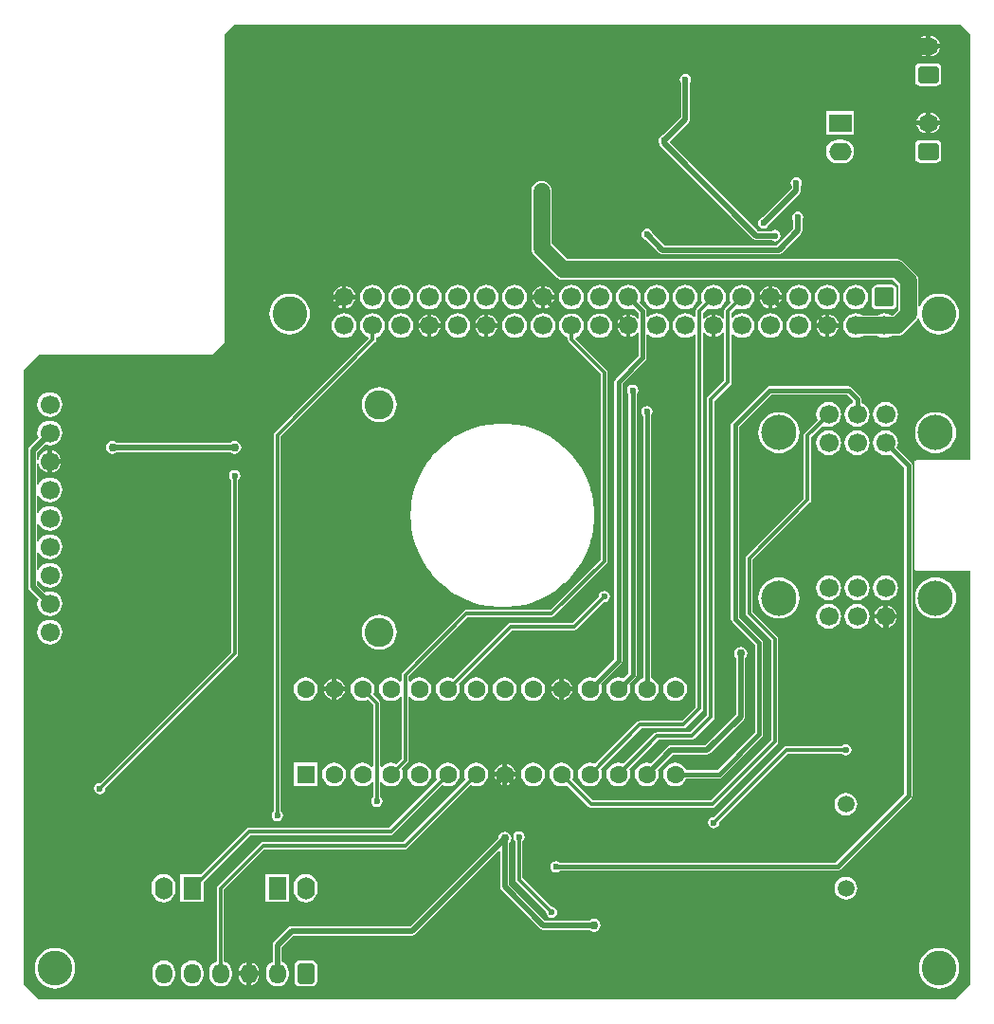
<source format=gbl>
G04*
G04 #@! TF.GenerationSoftware,Altium Limited,Altium Designer,24.0.1 (36)*
G04*
G04 Layer_Physical_Order=2*
G04 Layer_Color=16716563*
%FSLAX25Y25*%
%MOIN*%
G70*
G04*
G04 #@! TF.SameCoordinates,8BFE6F63-70C4-421D-ACC2-915F9C03592B*
G04*
G04*
G04 #@! TF.FilePolarity,Positive*
G04*
G01*
G75*
%ADD79C,0.06693*%
%ADD85C,0.05906*%
%ADD87C,0.01378*%
%ADD88C,0.01968*%
%ADD89C,0.01575*%
%ADD92C,0.12402*%
%ADD93O,0.06299X0.07874*%
%ADD94R,0.06299X0.07874*%
%ADD95O,0.05906X0.07087*%
G04:AMPARAMS|DCode=96|XSize=59.06mil|YSize=70.87mil|CornerRadius=7.38mil|HoleSize=0mil|Usage=FLASHONLY|Rotation=180.000|XOffset=0mil|YOffset=0mil|HoleType=Round|Shape=RoundedRectangle|*
%AMROUNDEDRECTD96*
21,1,0.05906,0.05610,0,0,180.0*
21,1,0.04429,0.07087,0,0,180.0*
1,1,0.01476,-0.02215,0.02805*
1,1,0.01476,0.02215,0.02805*
1,1,0.01476,0.02215,-0.02805*
1,1,0.01476,-0.02215,-0.02805*
%
%ADD96ROUNDEDRECTD96*%
G04:AMPARAMS|DCode=97|XSize=66.93mil|YSize=66.93mil|CornerRadius=8.37mil|HoleSize=0mil|Usage=FLASHONLY|Rotation=180.000|XOffset=0mil|YOffset=0mil|HoleType=Round|Shape=RoundedRectangle|*
%AMROUNDEDRECTD97*
21,1,0.06693,0.05020,0,0,180.0*
21,1,0.05020,0.06693,0,0,180.0*
1,1,0.01673,-0.02510,0.02510*
1,1,0.01673,0.02510,0.02510*
1,1,0.01673,0.02510,-0.02510*
1,1,0.01673,-0.02510,-0.02510*
%
%ADD97ROUNDEDRECTD97*%
%ADD98C,0.10236*%
%ADD99C,0.12205*%
%ADD100C,0.05906*%
%ADD101C,0.06299*%
%ADD102R,0.06299X0.06299*%
%ADD103O,0.07874X0.06299*%
%ADD104R,0.07874X0.06299*%
%ADD105O,0.07087X0.05906*%
G04:AMPARAMS|DCode=106|XSize=59.06mil|YSize=70.87mil|CornerRadius=5.91mil|HoleSize=0mil|Usage=FLASHONLY|Rotation=90.000|XOffset=0mil|YOffset=0mil|HoleType=Round|Shape=RoundedRectangle|*
%AMROUNDEDRECTD106*
21,1,0.05906,0.05906,0,0,90.0*
21,1,0.04724,0.07087,0,0,90.0*
1,1,0.01181,0.02953,0.02362*
1,1,0.01181,0.02953,-0.02362*
1,1,0.01181,-0.02953,-0.02362*
1,1,0.01181,-0.02953,0.02362*
%
%ADD106ROUNDEDRECTD106*%
%ADD107C,0.02362*%
%ADD108C,0.02953*%
%ADD109C,0.03150*%
%ADD110C,0.05000*%
G36*
X333843Y340204D02*
X333843Y190567D01*
X314961D01*
X314653Y190505D01*
X314393Y190331D01*
X314219Y190071D01*
X314158Y189764D01*
Y152362D01*
X314219Y152055D01*
X314393Y151795D01*
X314653Y151621D01*
X314961Y151559D01*
X333843D01*
X333843Y6238D01*
X328408Y803D01*
X6238D01*
X803Y6238D01*
Y222108D01*
X6244Y227550D01*
X66935D01*
X66935Y227550D01*
X67242Y227611D01*
X67503Y227785D01*
X67503Y227785D01*
X71404Y231686D01*
X71578Y231946D01*
X71639Y232253D01*
Y340189D01*
X75136Y343685D01*
X330362D01*
X333843Y340204D01*
D02*
G37*
%LPC*%
G36*
X319750Y339553D02*
Y336750D01*
X323066D01*
X323043Y336925D01*
X322686Y337787D01*
X322118Y338527D01*
X321377Y339095D01*
X320515Y339452D01*
X319750Y339553D01*
D02*
G37*
G36*
X318250D02*
X317484Y339452D01*
X316622Y339095D01*
X315882Y338527D01*
X315314Y337787D01*
X314957Y336925D01*
X314934Y336750D01*
X318250D01*
Y339553D01*
D02*
G37*
G36*
Y335250D02*
X314934D01*
X314957Y335075D01*
X315314Y334213D01*
X315882Y333473D01*
X316622Y332905D01*
X317484Y332548D01*
X318250Y332447D01*
Y335250D01*
D02*
G37*
G36*
X323066D02*
X319750D01*
Y332447D01*
X320515Y332548D01*
X321377Y332905D01*
X322118Y333473D01*
X322686Y334213D01*
X323043Y335075D01*
X323066Y335250D01*
D02*
G37*
G36*
X321953Y329984D02*
X316047D01*
X315427Y329860D01*
X314900Y329509D01*
X314549Y328983D01*
X314425Y328362D01*
Y323638D01*
X314549Y323017D01*
X314900Y322491D01*
X315427Y322140D01*
X316047Y322016D01*
X321953D01*
X322573Y322140D01*
X323099Y322491D01*
X323451Y323017D01*
X323574Y323638D01*
Y328362D01*
X323451Y328983D01*
X323099Y329509D01*
X322573Y329860D01*
X321953Y329984D01*
D02*
G37*
G36*
X319750Y312553D02*
Y309750D01*
X323066D01*
X323043Y309925D01*
X322686Y310787D01*
X322118Y311527D01*
X321377Y312095D01*
X320515Y312452D01*
X319750Y312553D01*
D02*
G37*
G36*
X318250D02*
X317484Y312452D01*
X316622Y312095D01*
X315882Y311527D01*
X315314Y310787D01*
X314957Y309925D01*
X314934Y309750D01*
X318250D01*
Y312553D01*
D02*
G37*
G36*
Y308250D02*
X314934D01*
X314957Y308075D01*
X315314Y307213D01*
X315882Y306473D01*
X316622Y305905D01*
X317484Y305548D01*
X318250Y305447D01*
Y308250D01*
D02*
G37*
G36*
X323066D02*
X319750D01*
Y305447D01*
X320515Y305548D01*
X321377Y305905D01*
X322118Y306473D01*
X322686Y307213D01*
X323043Y308075D01*
X323066Y308250D01*
D02*
G37*
G36*
X292937Y313150D02*
X283063D01*
Y304850D01*
X292937D01*
Y313150D01*
D02*
G37*
G36*
X321953Y302984D02*
X316047D01*
X315427Y302860D01*
X314900Y302509D01*
X314549Y301983D01*
X314425Y301362D01*
Y296638D01*
X314549Y296017D01*
X314900Y295491D01*
X315427Y295140D01*
X316047Y295016D01*
X321953D01*
X322573Y295140D01*
X323099Y295491D01*
X323451Y296017D01*
X323574Y296638D01*
Y301362D01*
X323451Y301983D01*
X323099Y302509D01*
X322573Y302860D01*
X321953Y302984D01*
D02*
G37*
G36*
X288787Y303185D02*
X287213D01*
X286129Y303043D01*
X285120Y302625D01*
X284253Y301959D01*
X283588Y301093D01*
X283170Y300083D01*
X283027Y299000D01*
X283170Y297917D01*
X283588Y296907D01*
X284253Y296041D01*
X285120Y295375D01*
X286129Y294957D01*
X287213Y294815D01*
X288787D01*
X289871Y294957D01*
X290880Y295375D01*
X291747Y296041D01*
X292412Y296907D01*
X292830Y297917D01*
X292973Y299000D01*
X292830Y300083D01*
X292412Y301093D01*
X291747Y301959D01*
X290880Y302625D01*
X289871Y303043D01*
X288787Y303185D01*
D02*
G37*
G36*
X272606Y289897D02*
X271838Y289744D01*
X271187Y289309D01*
X270752Y288658D01*
X270599Y287890D01*
X270752Y287122D01*
X271001Y286750D01*
Y286055D01*
X260777Y275831D01*
X260338Y275744D01*
X259687Y275309D01*
X259252Y274658D01*
X259099Y273890D01*
X259252Y273122D01*
X259687Y272471D01*
X260338Y272036D01*
X261106Y271883D01*
X261874Y272036D01*
X262526Y272471D01*
X262961Y273122D01*
X263048Y273561D01*
X273742Y284254D01*
X273742Y284254D01*
X274090Y284775D01*
X274212Y285390D01*
X274212Y285390D01*
Y286750D01*
X274461Y287122D01*
X274613Y287890D01*
X274461Y288658D01*
X274026Y289309D01*
X273374Y289744D01*
X272606Y289897D01*
D02*
G37*
G36*
X233606Y326279D02*
X232838Y326126D01*
X232187Y325691D01*
X231752Y325040D01*
X231599Y324272D01*
X231752Y323504D01*
X232001Y323131D01*
Y311055D01*
X225770Y304824D01*
X225347Y304740D01*
X224696Y304305D01*
X224261Y303654D01*
X224108Y302886D01*
X224261Y302117D01*
X224538Y301702D01*
X224623Y301275D01*
X224971Y300754D01*
X257471Y268254D01*
X257992Y267906D01*
X258606Y267784D01*
X258606Y267784D01*
X263966D01*
X264338Y267535D01*
X265106Y267383D01*
X265874Y267535D01*
X266526Y267971D01*
X266961Y268622D01*
X267113Y269390D01*
X266961Y270158D01*
X266526Y270809D01*
X265874Y271244D01*
X265106Y271397D01*
X264338Y271244D01*
X263966Y270995D01*
X259271D01*
X227999Y302268D01*
X228060Y302572D01*
X234742Y309254D01*
X234742Y309254D01*
X235090Y309775D01*
X235212Y310390D01*
Y323131D01*
X235461Y323504D01*
X235613Y324272D01*
X235461Y325040D01*
X235026Y325691D01*
X234374Y326126D01*
X233606Y326279D01*
D02*
G37*
G36*
X273106Y277897D02*
X272338Y277744D01*
X271687Y277309D01*
X271252Y276658D01*
X271099Y275890D01*
X271252Y275122D01*
X271501Y274750D01*
Y271839D01*
X265657Y265995D01*
X226271D01*
X222048Y270219D01*
X221961Y270658D01*
X221526Y271309D01*
X220874Y271744D01*
X220106Y271897D01*
X219338Y271744D01*
X218687Y271309D01*
X218252Y270658D01*
X218099Y269890D01*
X218252Y269122D01*
X218687Y268471D01*
X219338Y268036D01*
X219777Y267948D01*
X224471Y263254D01*
X224471Y263254D01*
X224992Y262906D01*
X225606Y262784D01*
X266322D01*
X266322Y262784D01*
X266937Y262906D01*
X267458Y263254D01*
X274242Y270038D01*
X274242Y270038D01*
X274590Y270559D01*
X274712Y271174D01*
Y274750D01*
X274961Y275122D01*
X275113Y275890D01*
X274961Y276658D01*
X274525Y277309D01*
X273874Y277744D01*
X273106Y277897D01*
D02*
G37*
G36*
X184254Y251660D02*
Y248537D01*
X187376D01*
X187340Y248815D01*
X186943Y249773D01*
X186312Y250595D01*
X185489Y251226D01*
X184532Y251623D01*
X184254Y251660D01*
D02*
G37*
G36*
X114254D02*
Y248537D01*
X117376D01*
X117340Y248815D01*
X116943Y249773D01*
X116312Y250595D01*
X115489Y251226D01*
X114532Y251623D01*
X114254Y251660D01*
D02*
G37*
G36*
X264254D02*
Y248537D01*
X267376D01*
X267340Y248815D01*
X266943Y249773D01*
X266312Y250595D01*
X265489Y251226D01*
X264532Y251623D01*
X264254Y251660D01*
D02*
G37*
G36*
X182754Y251660D02*
X182476Y251623D01*
X181518Y251226D01*
X180696Y250595D01*
X180065Y249773D01*
X179668Y248815D01*
X179632Y248537D01*
X182754D01*
Y251660D01*
D02*
G37*
G36*
X112754D02*
X112476Y251623D01*
X111519Y251226D01*
X110696Y250595D01*
X110065Y249773D01*
X109668Y248815D01*
X109632Y248537D01*
X112754D01*
Y251660D01*
D02*
G37*
G36*
X262754D02*
X262476Y251623D01*
X261519Y251226D01*
X260696Y250595D01*
X260065Y249773D01*
X259668Y248815D01*
X259632Y248537D01*
X262754D01*
Y251660D01*
D02*
G37*
G36*
X267376Y247038D02*
X264254D01*
Y243915D01*
X264532Y243952D01*
X265489Y244349D01*
X266312Y244980D01*
X266943Y245802D01*
X267340Y246760D01*
X267376Y247038D01*
D02*
G37*
G36*
X187376D02*
X184254D01*
Y243915D01*
X184532Y243952D01*
X185489Y244349D01*
X186312Y244980D01*
X186943Y245802D01*
X187340Y246760D01*
X187376Y247038D01*
D02*
G37*
G36*
X117376D02*
X114254D01*
Y243915D01*
X114532Y243952D01*
X115489Y244349D01*
X116312Y244980D01*
X116943Y245802D01*
X117340Y246760D01*
X117376Y247038D01*
D02*
G37*
G36*
X262754D02*
X259632D01*
X259668Y246760D01*
X260065Y245802D01*
X260696Y244980D01*
X261519Y244349D01*
X262476Y243952D01*
X262754Y243915D01*
Y247038D01*
D02*
G37*
G36*
X182754D02*
X179632D01*
X179668Y246760D01*
X180065Y245802D01*
X180696Y244980D01*
X181518Y244349D01*
X182476Y243952D01*
X182754Y243915D01*
Y247038D01*
D02*
G37*
G36*
X112754D02*
X109632D01*
X109668Y246760D01*
X110065Y245802D01*
X110696Y244980D01*
X111519Y244349D01*
X112476Y243952D01*
X112754Y243915D01*
Y247038D01*
D02*
G37*
G36*
X306014Y252170D02*
X300994D01*
X300277Y252027D01*
X299670Y251621D01*
X299264Y251014D01*
X299121Y250297D01*
Y245278D01*
X299264Y244561D01*
X299670Y243953D01*
X300277Y243548D01*
X300994Y243405D01*
X306014D01*
X306730Y243548D01*
X307338Y243953D01*
X307744Y244561D01*
X307886Y245278D01*
Y250297D01*
X307744Y251014D01*
X307338Y251621D01*
X306730Y252027D01*
X306014Y252170D01*
D02*
G37*
G36*
X293504Y252171D02*
X292369Y252022D01*
X291312Y251584D01*
X290404Y250887D01*
X289707Y249979D01*
X289269Y248922D01*
X289120Y247787D01*
X289269Y246653D01*
X289707Y245596D01*
X290404Y244688D01*
X291312Y243991D01*
X292369Y243553D01*
X293504Y243404D01*
X294639Y243553D01*
X295696Y243991D01*
X296604Y244688D01*
X297301Y245596D01*
X297739Y246653D01*
X297888Y247787D01*
X297739Y248922D01*
X297301Y249979D01*
X296604Y250887D01*
X295696Y251584D01*
X294639Y252022D01*
X293504Y252171D01*
D02*
G37*
G36*
X283504D02*
X282369Y252022D01*
X281312Y251584D01*
X280404Y250887D01*
X279707Y249979D01*
X279269Y248922D01*
X279120Y247787D01*
X279269Y246653D01*
X279707Y245596D01*
X280404Y244688D01*
X281312Y243991D01*
X282369Y243553D01*
X283504Y243404D01*
X284639Y243553D01*
X285696Y243991D01*
X286604Y244688D01*
X287301Y245596D01*
X287738Y246653D01*
X287888Y247787D01*
X287738Y248922D01*
X287301Y249979D01*
X286604Y250887D01*
X285696Y251584D01*
X284639Y252022D01*
X283504Y252171D01*
D02*
G37*
G36*
X273504D02*
X272369Y252022D01*
X271312Y251584D01*
X270404Y250887D01*
X269707Y249979D01*
X269269Y248922D01*
X269120Y247787D01*
X269269Y246653D01*
X269707Y245596D01*
X270404Y244688D01*
X271312Y243991D01*
X272369Y243553D01*
X273504Y243404D01*
X274639Y243553D01*
X275696Y243991D01*
X276604Y244688D01*
X277301Y245596D01*
X277738Y246653D01*
X277888Y247787D01*
X277738Y248922D01*
X277301Y249979D01*
X276604Y250887D01*
X275696Y251584D01*
X274639Y252022D01*
X273504Y252171D01*
D02*
G37*
G36*
X253504D02*
X252369Y252022D01*
X251312Y251584D01*
X250404Y250887D01*
X249707Y249979D01*
X249269Y248922D01*
X249120Y247787D01*
X249269Y246653D01*
X249637Y245765D01*
X247578Y243706D01*
X247295Y243283D01*
X247195Y242783D01*
Y240265D01*
X246695Y240095D01*
X246312Y240595D01*
X245489Y241226D01*
X244532Y241623D01*
X244254Y241660D01*
Y237788D01*
Y233915D01*
X244532Y233952D01*
X245489Y234349D01*
X246312Y234980D01*
X246695Y235479D01*
X247195Y235310D01*
Y218434D01*
X241534Y212773D01*
X241251Y212350D01*
X241152Y211850D01*
Y100747D01*
X235210Y94805D01*
X223500D01*
X223001Y94705D01*
X222578Y94423D01*
X211871Y83716D01*
X211083Y84043D01*
X210000Y84185D01*
X208917Y84043D01*
X207907Y83625D01*
X207041Y82960D01*
X206375Y82093D01*
X205957Y81083D01*
X205815Y80000D01*
X205957Y78917D01*
X206375Y77907D01*
X207041Y77040D01*
X207907Y76375D01*
X208917Y75957D01*
X210000Y75815D01*
X211083Y75957D01*
X212093Y76375D01*
X212960Y77040D01*
X213625Y77907D01*
X214043Y78917D01*
X214185Y80000D01*
X214043Y81083D01*
X213716Y81871D01*
X224040Y92195D01*
X235750D01*
X236249Y92295D01*
X236672Y92577D01*
X243379Y99284D01*
X243662Y99707D01*
X243761Y100207D01*
Y211310D01*
X249423Y216971D01*
X249705Y217394D01*
X249805Y217894D01*
Y234691D01*
X250278Y234852D01*
X250404Y234688D01*
X251312Y233991D01*
X252369Y233553D01*
X253504Y233403D01*
X254639Y233553D01*
X255696Y233991D01*
X256604Y234688D01*
X257301Y235595D01*
X257738Y236653D01*
X257888Y237788D01*
X257738Y238922D01*
X257301Y239980D01*
X256604Y240887D01*
X255696Y241584D01*
X254639Y242022D01*
X253504Y242171D01*
X252369Y242022D01*
X251312Y241584D01*
X250404Y240887D01*
X250278Y240723D01*
X249805Y240884D01*
Y242243D01*
X251482Y243920D01*
X252369Y243553D01*
X253504Y243404D01*
X254639Y243553D01*
X255696Y243991D01*
X256604Y244688D01*
X257301Y245596D01*
X257738Y246653D01*
X257888Y247787D01*
X257738Y248922D01*
X257301Y249979D01*
X256604Y250887D01*
X255696Y251584D01*
X254639Y252022D01*
X253504Y252171D01*
D02*
G37*
G36*
X243504D02*
X242369Y252022D01*
X241312Y251584D01*
X240404Y250887D01*
X239707Y249979D01*
X239269Y248922D01*
X239120Y247787D01*
X239269Y246653D01*
X239637Y245765D01*
X237578Y243706D01*
X237578Y243706D01*
X237295Y243283D01*
X237195Y242783D01*
Y240894D01*
X236722Y240734D01*
X236604Y240887D01*
X235696Y241584D01*
X234639Y242022D01*
X233504Y242171D01*
X232369Y242022D01*
X231312Y241584D01*
X230404Y240887D01*
X229707Y239980D01*
X229269Y238922D01*
X229120Y237788D01*
X229269Y236653D01*
X229707Y235595D01*
X230404Y234688D01*
X231312Y233991D01*
X232369Y233553D01*
X233504Y233403D01*
X234639Y233553D01*
X235696Y233991D01*
X236604Y234688D01*
X236722Y234841D01*
X237195Y234681D01*
X237195Y103663D01*
X232337Y98805D01*
X217500D01*
X217001Y98705D01*
X216578Y98422D01*
X201871Y83716D01*
X201083Y84043D01*
X200000Y84185D01*
X198917Y84043D01*
X197907Y83625D01*
X197040Y82960D01*
X196375Y82093D01*
X195957Y81083D01*
X195815Y80000D01*
X195957Y78917D01*
X196375Y77907D01*
X197040Y77040D01*
X197907Y76375D01*
X198917Y75957D01*
X200000Y75815D01*
X201083Y75957D01*
X202093Y76375D01*
X202959Y77040D01*
X203625Y77907D01*
X204043Y78917D01*
X204185Y80000D01*
X204043Y81083D01*
X203716Y81871D01*
X218040Y96195D01*
X232878D01*
X233377Y96295D01*
X233800Y96578D01*
X239422Y102200D01*
X239705Y102623D01*
X239805Y103122D01*
X239805Y235320D01*
X240305Y235490D01*
X240696Y234980D01*
X241518Y234349D01*
X242476Y233952D01*
X242754Y233915D01*
Y237788D01*
Y241660D01*
X242476Y241623D01*
X241518Y241226D01*
X240696Y240595D01*
X240305Y240085D01*
X239805Y240255D01*
Y242243D01*
X241482Y243920D01*
X242369Y243553D01*
X243504Y243404D01*
X244639Y243553D01*
X245696Y243991D01*
X246604Y244688D01*
X247301Y245596D01*
X247739Y246653D01*
X247888Y247787D01*
X247739Y248922D01*
X247301Y249979D01*
X246604Y250887D01*
X245696Y251584D01*
X244639Y252022D01*
X243504Y252171D01*
D02*
G37*
G36*
X233504D02*
X232369Y252022D01*
X231312Y251584D01*
X230404Y250887D01*
X229707Y249979D01*
X229269Y248922D01*
X229120Y247787D01*
X229269Y246653D01*
X229707Y245596D01*
X230404Y244688D01*
X231312Y243991D01*
X232369Y243553D01*
X233504Y243404D01*
X234639Y243553D01*
X235696Y243991D01*
X236604Y244688D01*
X237301Y245596D01*
X237738Y246653D01*
X237888Y247787D01*
X237738Y248922D01*
X237301Y249979D01*
X236604Y250887D01*
X235696Y251584D01*
X234639Y252022D01*
X233504Y252171D01*
D02*
G37*
G36*
X223504D02*
X222369Y252022D01*
X221312Y251584D01*
X220404Y250887D01*
X219707Y249979D01*
X219269Y248922D01*
X219120Y247787D01*
X219269Y246653D01*
X219707Y245596D01*
X220404Y244688D01*
X221312Y243991D01*
X222369Y243553D01*
X223504Y243404D01*
X224639Y243553D01*
X225696Y243991D01*
X226604Y244688D01*
X227301Y245596D01*
X227738Y246653D01*
X227888Y247787D01*
X227738Y248922D01*
X227301Y249979D01*
X226604Y250887D01*
X225696Y251584D01*
X224639Y252022D01*
X223504Y252171D01*
D02*
G37*
G36*
X203504D02*
X202369Y252022D01*
X201312Y251584D01*
X200404Y250887D01*
X199707Y249979D01*
X199269Y248922D01*
X199120Y247787D01*
X199269Y246653D01*
X199707Y245596D01*
X200404Y244688D01*
X201312Y243991D01*
X202369Y243553D01*
X203504Y243404D01*
X204639Y243553D01*
X205696Y243991D01*
X206604Y244688D01*
X207301Y245596D01*
X207738Y246653D01*
X207888Y247787D01*
X207738Y248922D01*
X207301Y249979D01*
X206604Y250887D01*
X205696Y251584D01*
X204639Y252022D01*
X203504Y252171D01*
D02*
G37*
G36*
X193504D02*
X192369Y252022D01*
X191312Y251584D01*
X190404Y250887D01*
X189707Y249979D01*
X189269Y248922D01*
X189120Y247787D01*
X189269Y246653D01*
X189707Y245596D01*
X190404Y244688D01*
X191312Y243991D01*
X192369Y243553D01*
X193504Y243404D01*
X194639Y243553D01*
X195696Y243991D01*
X196604Y244688D01*
X197301Y245596D01*
X197739Y246653D01*
X197888Y247787D01*
X197739Y248922D01*
X197301Y249979D01*
X196604Y250887D01*
X195696Y251584D01*
X194639Y252022D01*
X193504Y252171D01*
D02*
G37*
G36*
X173504D02*
X172369Y252022D01*
X171312Y251584D01*
X170404Y250887D01*
X169707Y249979D01*
X169269Y248922D01*
X169120Y247787D01*
X169269Y246653D01*
X169707Y245596D01*
X170404Y244688D01*
X171312Y243991D01*
X172369Y243553D01*
X173504Y243404D01*
X174639Y243553D01*
X175696Y243991D01*
X176604Y244688D01*
X177301Y245596D01*
X177738Y246653D01*
X177888Y247787D01*
X177738Y248922D01*
X177301Y249979D01*
X176604Y250887D01*
X175696Y251584D01*
X174639Y252022D01*
X173504Y252171D01*
D02*
G37*
G36*
X163504D02*
X162369Y252022D01*
X161312Y251584D01*
X160404Y250887D01*
X159707Y249979D01*
X159269Y248922D01*
X159120Y247787D01*
X159269Y246653D01*
X159707Y245596D01*
X160404Y244688D01*
X161312Y243991D01*
X162369Y243553D01*
X163504Y243404D01*
X164639Y243553D01*
X165696Y243991D01*
X166604Y244688D01*
X167301Y245596D01*
X167738Y246653D01*
X167888Y247787D01*
X167738Y248922D01*
X167301Y249979D01*
X166604Y250887D01*
X165696Y251584D01*
X164639Y252022D01*
X163504Y252171D01*
D02*
G37*
G36*
X153504D02*
X152369Y252022D01*
X151312Y251584D01*
X150404Y250887D01*
X149707Y249979D01*
X149269Y248922D01*
X149120Y247787D01*
X149269Y246653D01*
X149707Y245596D01*
X150404Y244688D01*
X151312Y243991D01*
X152369Y243553D01*
X153504Y243404D01*
X154639Y243553D01*
X155696Y243991D01*
X156604Y244688D01*
X157301Y245596D01*
X157738Y246653D01*
X157888Y247787D01*
X157738Y248922D01*
X157301Y249979D01*
X156604Y250887D01*
X155696Y251584D01*
X154639Y252022D01*
X153504Y252171D01*
D02*
G37*
G36*
X143504D02*
X142369Y252022D01*
X141312Y251584D01*
X140404Y250887D01*
X139707Y249979D01*
X139269Y248922D01*
X139120Y247787D01*
X139269Y246653D01*
X139707Y245596D01*
X140404Y244688D01*
X141312Y243991D01*
X142369Y243553D01*
X143504Y243404D01*
X144639Y243553D01*
X145696Y243991D01*
X146604Y244688D01*
X147301Y245596D01*
X147739Y246653D01*
X147888Y247787D01*
X147739Y248922D01*
X147301Y249979D01*
X146604Y250887D01*
X145696Y251584D01*
X144639Y252022D01*
X143504Y252171D01*
D02*
G37*
G36*
X133504D02*
X132369Y252022D01*
X131312Y251584D01*
X130404Y250887D01*
X129707Y249979D01*
X129269Y248922D01*
X129120Y247787D01*
X129269Y246653D01*
X129707Y245596D01*
X130404Y244688D01*
X131312Y243991D01*
X132369Y243553D01*
X133504Y243404D01*
X134639Y243553D01*
X135696Y243991D01*
X136604Y244688D01*
X137301Y245596D01*
X137739Y246653D01*
X137888Y247787D01*
X137739Y248922D01*
X137301Y249979D01*
X136604Y250887D01*
X135696Y251584D01*
X134639Y252022D01*
X133504Y252171D01*
D02*
G37*
G36*
X123504D02*
X122369Y252022D01*
X121312Y251584D01*
X120404Y250887D01*
X119707Y249979D01*
X119269Y248922D01*
X119120Y247787D01*
X119269Y246653D01*
X119707Y245596D01*
X120404Y244688D01*
X121312Y243991D01*
X122369Y243553D01*
X123504Y243404D01*
X124639Y243553D01*
X125696Y243991D01*
X126604Y244688D01*
X127301Y245596D01*
X127738Y246653D01*
X127888Y247787D01*
X127738Y248922D01*
X127301Y249979D01*
X126604Y250887D01*
X125696Y251584D01*
X124639Y252022D01*
X123504Y252171D01*
D02*
G37*
G36*
X183000Y288574D02*
X182075Y288452D01*
X181213Y288095D01*
X180473Y287527D01*
X179905Y286787D01*
X179548Y285925D01*
X179426Y285000D01*
Y281000D01*
Y277000D01*
Y265000D01*
X179548Y264075D01*
X179905Y263213D01*
X180473Y262473D01*
X187973Y254973D01*
X187973Y254973D01*
X188713Y254405D01*
X189575Y254048D01*
X190500Y253926D01*
X190500Y253926D01*
X306520D01*
X308426Y252020D01*
Y243268D01*
X306520Y241361D01*
X305986D01*
X305696Y241584D01*
X304639Y242022D01*
X303504Y242171D01*
X302369Y242022D01*
X301312Y241584D01*
X301022Y241361D01*
X295986D01*
X295696Y241584D01*
X294639Y242022D01*
X293504Y242171D01*
X292369Y242022D01*
X291312Y241584D01*
X290404Y240887D01*
X289707Y239980D01*
X289269Y238922D01*
X289120Y237788D01*
X289269Y236653D01*
X289707Y235595D01*
X290404Y234688D01*
X291312Y233991D01*
X292369Y233553D01*
X293504Y233403D01*
X294639Y233553D01*
X295696Y233991D01*
X295986Y234214D01*
X301022D01*
X301312Y233991D01*
X302369Y233553D01*
X303504Y233403D01*
X304639Y233553D01*
X305696Y233991D01*
X305986Y234214D01*
X308000D01*
X308925Y234335D01*
X309787Y234692D01*
X310527Y235260D01*
X314527Y239260D01*
X314527Y239260D01*
X315095Y240001D01*
X315202Y240258D01*
X315732Y240232D01*
X316084Y239072D01*
X316743Y237838D01*
X317631Y236757D01*
X318712Y235869D01*
X319946Y235210D01*
X321285Y234804D01*
X322677Y234666D01*
X324069Y234804D01*
X325408Y235210D01*
X326642Y235869D01*
X327724Y236757D01*
X328611Y237838D01*
X329271Y239072D01*
X329677Y240411D01*
X329814Y241803D01*
X329677Y243196D01*
X329271Y244534D01*
X328611Y245768D01*
X327724Y246850D01*
X326642Y247737D01*
X325408Y248397D01*
X324069Y248803D01*
X322677Y248940D01*
X321285Y248803D01*
X319946Y248397D01*
X318712Y247737D01*
X317631Y246850D01*
X316743Y245768D01*
X316084Y244534D01*
X316074Y244502D01*
X315574Y244576D01*
Y253500D01*
X315452Y254425D01*
X315095Y255287D01*
X314527Y256027D01*
X310527Y260027D01*
X309787Y260595D01*
X308925Y260952D01*
X308000Y261074D01*
X191980D01*
X186574Y266480D01*
Y277000D01*
Y281000D01*
Y285000D01*
X186452Y285925D01*
X186095Y286787D01*
X185527Y287527D01*
X184787Y288095D01*
X183925Y288452D01*
X183000Y288574D01*
D02*
G37*
G36*
X213504Y252171D02*
X212369Y252022D01*
X211312Y251584D01*
X210404Y250887D01*
X209707Y249979D01*
X209269Y248922D01*
X209120Y247787D01*
X209269Y246653D01*
X209707Y245596D01*
X210404Y244688D01*
X211312Y243991D01*
X212369Y243553D01*
X213504Y243404D01*
X214639Y243553D01*
X215426Y243879D01*
X217100Y242204D01*
Y240389D01*
X216600Y240219D01*
X216312Y240595D01*
X215489Y241226D01*
X214532Y241623D01*
X214254Y241660D01*
Y237788D01*
Y233915D01*
X214532Y233952D01*
X215489Y234349D01*
X216312Y234980D01*
X216600Y235355D01*
X217100Y235186D01*
Y227087D01*
X209007Y218993D01*
X208702Y218538D01*
X208595Y218000D01*
Y120582D01*
X201771Y113758D01*
X201083Y114043D01*
X200000Y114185D01*
X198917Y114043D01*
X197907Y113625D01*
X197040Y112960D01*
X196375Y112093D01*
X195957Y111083D01*
X195815Y110000D01*
X195957Y108917D01*
X196375Y107907D01*
X197040Y107041D01*
X197907Y106375D01*
X198917Y105957D01*
X200000Y105815D01*
X201083Y105957D01*
X202093Y106375D01*
X202959Y107041D01*
X203625Y107907D01*
X204043Y108917D01*
X204185Y110000D01*
X204043Y111083D01*
X203758Y111771D01*
X210993Y119007D01*
X211298Y119462D01*
X211405Y120000D01*
Y217418D01*
X219499Y225512D01*
X219803Y225968D01*
X219910Y226505D01*
Y234553D01*
X220220Y234659D01*
X220410Y234683D01*
X221312Y233991D01*
X222369Y233553D01*
X223504Y233403D01*
X224639Y233553D01*
X225696Y233991D01*
X226604Y234688D01*
X227301Y235595D01*
X227738Y236653D01*
X227888Y237788D01*
X227738Y238922D01*
X227301Y239980D01*
X226604Y240887D01*
X225696Y241584D01*
X224639Y242022D01*
X223504Y242171D01*
X222369Y242022D01*
X221312Y241584D01*
X220410Y240892D01*
X220220Y240916D01*
X219910Y241022D01*
Y242786D01*
X219803Y243324D01*
X219499Y243780D01*
X217412Y245866D01*
X217739Y246653D01*
X217888Y247787D01*
X217739Y248922D01*
X217301Y249979D01*
X216604Y250887D01*
X215696Y251584D01*
X214639Y252022D01*
X213504Y252171D01*
D02*
G37*
G36*
X284254Y241660D02*
Y238538D01*
X287376D01*
X287340Y238815D01*
X286943Y239773D01*
X286312Y240595D01*
X285489Y241226D01*
X284532Y241623D01*
X284254Y241660D01*
D02*
G37*
G36*
X144254D02*
Y238538D01*
X147376D01*
X147340Y238815D01*
X146943Y239773D01*
X146312Y240595D01*
X145489Y241226D01*
X144532Y241623D01*
X144254Y241660D01*
D02*
G37*
G36*
X164254D02*
Y238538D01*
X167376D01*
X167340Y238815D01*
X166943Y239773D01*
X166312Y240595D01*
X165489Y241226D01*
X164532Y241623D01*
X164254Y241660D01*
D02*
G37*
G36*
X282754Y241660D02*
X282476Y241623D01*
X281519Y241226D01*
X280696Y240595D01*
X280065Y239773D01*
X279668Y238815D01*
X279632Y238538D01*
X282754D01*
Y241660D01*
D02*
G37*
G36*
X142754D02*
X142476Y241623D01*
X141518Y241226D01*
X140696Y240595D01*
X140065Y239773D01*
X139668Y238815D01*
X139632Y238538D01*
X142754D01*
Y241660D01*
D02*
G37*
G36*
X212754D02*
X212476Y241623D01*
X211519Y241226D01*
X210696Y240595D01*
X210065Y239773D01*
X209668Y238815D01*
X209632Y238538D01*
X212754D01*
Y241660D01*
D02*
G37*
G36*
X162754D02*
X162476Y241623D01*
X161519Y241226D01*
X160696Y240595D01*
X160065Y239773D01*
X159668Y238815D01*
X159632Y238538D01*
X162754D01*
Y241660D01*
D02*
G37*
G36*
X94331Y248940D02*
X92938Y248803D01*
X91600Y248397D01*
X90366Y247737D01*
X89284Y246850D01*
X88397Y245768D01*
X87737Y244534D01*
X87331Y243196D01*
X87194Y241803D01*
X87331Y240411D01*
X87737Y239072D01*
X88397Y237838D01*
X89284Y236757D01*
X90366Y235869D01*
X91600Y235210D01*
X92938Y234804D01*
X94331Y234666D01*
X95723Y234804D01*
X97062Y235210D01*
X98296Y235869D01*
X99377Y236757D01*
X100265Y237838D01*
X100924Y239072D01*
X101330Y240411D01*
X101468Y241803D01*
X101330Y243196D01*
X100924Y244534D01*
X100265Y245768D01*
X99377Y246850D01*
X98296Y247737D01*
X97062Y248397D01*
X95723Y248803D01*
X94331Y248940D01*
D02*
G37*
G36*
X287376Y237037D02*
X284254D01*
Y233915D01*
X284532Y233952D01*
X285489Y234349D01*
X286312Y234980D01*
X286943Y235802D01*
X287340Y236760D01*
X287376Y237037D01*
D02*
G37*
G36*
X167376D02*
X164254D01*
Y233915D01*
X164532Y233952D01*
X165489Y234349D01*
X166312Y234980D01*
X166943Y235802D01*
X167340Y236760D01*
X167376Y237037D01*
D02*
G37*
G36*
X147376D02*
X144254D01*
Y233915D01*
X144532Y233952D01*
X145489Y234349D01*
X146312Y234980D01*
X146943Y235802D01*
X147340Y236760D01*
X147376Y237037D01*
D02*
G37*
G36*
X282754D02*
X279632D01*
X279668Y236760D01*
X280065Y235802D01*
X280696Y234980D01*
X281519Y234349D01*
X282476Y233952D01*
X282754Y233915D01*
Y237037D01*
D02*
G37*
G36*
X212754D02*
X209632D01*
X209668Y236760D01*
X210065Y235802D01*
X210696Y234980D01*
X211519Y234349D01*
X212476Y233952D01*
X212754Y233915D01*
Y237037D01*
D02*
G37*
G36*
X162754D02*
X159632D01*
X159668Y236760D01*
X160065Y235802D01*
X160696Y234980D01*
X161519Y234349D01*
X162476Y233952D01*
X162754Y233915D01*
Y237037D01*
D02*
G37*
G36*
X142754D02*
X139632D01*
X139668Y236760D01*
X140065Y235802D01*
X140696Y234980D01*
X141518Y234349D01*
X142476Y233952D01*
X142754Y233915D01*
Y237037D01*
D02*
G37*
G36*
X273504Y242171D02*
X272369Y242022D01*
X271312Y241584D01*
X270404Y240887D01*
X269707Y239980D01*
X269269Y238922D01*
X269120Y237788D01*
X269269Y236653D01*
X269707Y235595D01*
X270404Y234688D01*
X271312Y233991D01*
X272369Y233553D01*
X273504Y233403D01*
X274639Y233553D01*
X275696Y233991D01*
X276604Y234688D01*
X277301Y235595D01*
X277738Y236653D01*
X277888Y237788D01*
X277738Y238922D01*
X277301Y239980D01*
X276604Y240887D01*
X275696Y241584D01*
X274639Y242022D01*
X273504Y242171D01*
D02*
G37*
G36*
X263504D02*
X262369Y242022D01*
X261312Y241584D01*
X260404Y240887D01*
X259707Y239980D01*
X259269Y238922D01*
X259120Y237788D01*
X259269Y236653D01*
X259707Y235595D01*
X260404Y234688D01*
X261312Y233991D01*
X262369Y233553D01*
X263504Y233403D01*
X264639Y233553D01*
X265696Y233991D01*
X266604Y234688D01*
X267301Y235595D01*
X267739Y236653D01*
X267888Y237788D01*
X267739Y238922D01*
X267301Y239980D01*
X266604Y240887D01*
X265696Y241584D01*
X264639Y242022D01*
X263504Y242171D01*
D02*
G37*
G36*
X203504D02*
X202369Y242022D01*
X201312Y241584D01*
X200404Y240887D01*
X199707Y239980D01*
X199269Y238922D01*
X199120Y237788D01*
X199269Y236653D01*
X199707Y235595D01*
X200404Y234688D01*
X201312Y233991D01*
X202369Y233553D01*
X203504Y233403D01*
X204639Y233553D01*
X205696Y233991D01*
X206604Y234688D01*
X207301Y235595D01*
X207738Y236653D01*
X207888Y237788D01*
X207738Y238922D01*
X207301Y239980D01*
X206604Y240887D01*
X205696Y241584D01*
X204639Y242022D01*
X203504Y242171D01*
D02*
G37*
G36*
X183504D02*
X182369Y242022D01*
X181312Y241584D01*
X180404Y240887D01*
X179707Y239980D01*
X179269Y238922D01*
X179120Y237788D01*
X179269Y236653D01*
X179707Y235595D01*
X180404Y234688D01*
X181312Y233991D01*
X182369Y233553D01*
X183504Y233403D01*
X184639Y233553D01*
X185696Y233991D01*
X186604Y234688D01*
X187301Y235595D01*
X187739Y236653D01*
X187888Y237788D01*
X187739Y238922D01*
X187301Y239980D01*
X186604Y240887D01*
X185696Y241584D01*
X184639Y242022D01*
X183504Y242171D01*
D02*
G37*
G36*
X173504D02*
X172369Y242022D01*
X171312Y241584D01*
X170404Y240887D01*
X169707Y239980D01*
X169269Y238922D01*
X169120Y237788D01*
X169269Y236653D01*
X169707Y235595D01*
X170404Y234688D01*
X171312Y233991D01*
X172369Y233553D01*
X173504Y233403D01*
X174639Y233553D01*
X175696Y233991D01*
X176604Y234688D01*
X177301Y235595D01*
X177738Y236653D01*
X177888Y237788D01*
X177738Y238922D01*
X177301Y239980D01*
X176604Y240887D01*
X175696Y241584D01*
X174639Y242022D01*
X173504Y242171D01*
D02*
G37*
G36*
X153504D02*
X152369Y242022D01*
X151312Y241584D01*
X150404Y240887D01*
X149707Y239980D01*
X149269Y238922D01*
X149120Y237788D01*
X149269Y236653D01*
X149707Y235595D01*
X150404Y234688D01*
X151312Y233991D01*
X152369Y233553D01*
X153504Y233403D01*
X154639Y233553D01*
X155696Y233991D01*
X156604Y234688D01*
X157301Y235595D01*
X157738Y236653D01*
X157888Y237788D01*
X157738Y238922D01*
X157301Y239980D01*
X156604Y240887D01*
X155696Y241584D01*
X154639Y242022D01*
X153504Y242171D01*
D02*
G37*
G36*
X133504D02*
X132369Y242022D01*
X131312Y241584D01*
X130404Y240887D01*
X129707Y239980D01*
X129269Y238922D01*
X129120Y237788D01*
X129269Y236653D01*
X129707Y235595D01*
X130404Y234688D01*
X131312Y233991D01*
X132369Y233553D01*
X133504Y233403D01*
X134639Y233553D01*
X135696Y233991D01*
X136604Y234688D01*
X137301Y235595D01*
X137739Y236653D01*
X137888Y237788D01*
X137739Y238922D01*
X137301Y239980D01*
X136604Y240887D01*
X135696Y241584D01*
X134639Y242022D01*
X133504Y242171D01*
D02*
G37*
G36*
X113504D02*
X112369Y242022D01*
X111312Y241584D01*
X110404Y240887D01*
X109707Y239980D01*
X109269Y238922D01*
X109120Y237788D01*
X109269Y236653D01*
X109707Y235595D01*
X110404Y234688D01*
X111312Y233991D01*
X112369Y233553D01*
X113504Y233403D01*
X114639Y233553D01*
X115696Y233991D01*
X116604Y234688D01*
X117301Y235595D01*
X117738Y236653D01*
X117888Y237788D01*
X117738Y238922D01*
X117301Y239980D01*
X116604Y240887D01*
X115696Y241584D01*
X114639Y242022D01*
X113504Y242171D01*
D02*
G37*
G36*
X10000Y214384D02*
X8865Y214235D01*
X7808Y213797D01*
X6900Y213100D01*
X6203Y212192D01*
X5765Y211135D01*
X5616Y210000D01*
X5765Y208865D01*
X6203Y207808D01*
X6900Y206900D01*
X7808Y206203D01*
X8865Y205765D01*
X10000Y205616D01*
X11135Y205765D01*
X12192Y206203D01*
X13100Y206900D01*
X13797Y207808D01*
X14235Y208865D01*
X14384Y210000D01*
X14235Y211135D01*
X13797Y212192D01*
X13100Y213100D01*
X12192Y213797D01*
X11135Y214235D01*
X10000Y214384D01*
D02*
G37*
G36*
X125945Y216148D02*
X124746Y216030D01*
X123592Y215680D01*
X122529Y215112D01*
X121598Y214347D01*
X120833Y213416D01*
X120265Y212353D01*
X119915Y211199D01*
X119797Y210000D01*
X119915Y208801D01*
X120265Y207647D01*
X120833Y206585D01*
X121598Y205653D01*
X122529Y204888D01*
X123592Y204320D01*
X124746Y203970D01*
X125945Y203852D01*
X127144Y203970D01*
X128297Y204320D01*
X129360Y204888D01*
X130292Y205653D01*
X131056Y206585D01*
X131625Y207647D01*
X131974Y208801D01*
X132093Y210000D01*
X131974Y211199D01*
X131625Y212353D01*
X131056Y213416D01*
X130292Y214347D01*
X129360Y215112D01*
X128297Y215680D01*
X127144Y216030D01*
X125945Y216148D01*
D02*
G37*
G36*
X170818Y203354D02*
X167724D01*
X167684Y203346D01*
X167645Y203350D01*
X164565Y203047D01*
X164527Y203035D01*
X164487D01*
X161452Y202432D01*
X161415Y202416D01*
X161376Y202413D01*
X158414Y201514D01*
X158379Y201495D01*
X158340Y201488D01*
X155481Y200303D01*
X155448Y200281D01*
X155410Y200270D01*
X152681Y198811D01*
X152650Y198786D01*
X152613Y198770D01*
X150040Y197051D01*
X150012Y197023D01*
X149977Y197004D01*
X147585Y195041D01*
X147559Y195010D01*
X147526Y194988D01*
X145338Y192800D01*
X145316Y192767D01*
X145285Y192742D01*
X143322Y190349D01*
X143303Y190314D01*
X143275Y190286D01*
X141556Y187713D01*
X141541Y187676D01*
X141515Y187645D01*
X140056Y184916D01*
X140045Y184878D01*
X140023Y184845D01*
X138839Y181986D01*
X138831Y181947D01*
X138812Y181912D01*
X137914Y178950D01*
X137910Y178911D01*
X137894Y178874D01*
X137291Y175839D01*
Y175799D01*
X137279Y175761D01*
X136976Y172681D01*
X136980Y172642D01*
X136972Y172602D01*
Y169508D01*
X136980Y169469D01*
X136976Y169429D01*
X137279Y166349D01*
X137291Y166311D01*
Y166272D01*
X137894Y163236D01*
X137910Y163200D01*
X137914Y163160D01*
X138812Y160199D01*
X138831Y160163D01*
X138839Y160125D01*
X140023Y157265D01*
X140045Y157232D01*
X140056Y157194D01*
X141515Y154465D01*
X141541Y154434D01*
X141556Y154397D01*
X143275Y151824D01*
X143303Y151796D01*
X143322Y151761D01*
X145285Y149369D01*
X145316Y149344D01*
X145338Y149311D01*
X147526Y147122D01*
X147559Y147100D01*
X147585Y147069D01*
X149977Y145106D01*
X150012Y145087D01*
X150040Y145059D01*
X152613Y143340D01*
X152650Y143325D01*
X152681Y143299D01*
X155410Y141841D01*
X155448Y141829D01*
X155481Y141807D01*
X158340Y140623D01*
X158379Y140615D01*
X158414Y140596D01*
X161376Y139698D01*
X161415Y139694D01*
X161452Y139679D01*
X164487Y139075D01*
X164527D01*
X164565Y139064D01*
X167645Y138760D01*
X167684Y138764D01*
X167724Y138756D01*
X170818D01*
X170857Y138764D01*
X170897Y138760D01*
X173977Y139064D01*
X174015Y139075D01*
X174055D01*
X177090Y139679D01*
X177126Y139694D01*
X177166Y139698D01*
X180127Y140596D01*
X180163Y140615D01*
X180202Y140623D01*
X183061Y141807D01*
X183094Y141829D01*
X183132Y141841D01*
X185861Y143299D01*
X185892Y143325D01*
X185929Y143340D01*
X188502Y145059D01*
X188530Y145087D01*
X188565Y145106D01*
X190957Y147069D01*
X190982Y147100D01*
X191016Y147122D01*
X193204Y149311D01*
X193226Y149344D01*
X193257Y149369D01*
X195220Y151761D01*
X195239Y151796D01*
X195267Y151824D01*
X196986Y154397D01*
X197001Y154434D01*
X197027Y154465D01*
X198485Y157194D01*
X198497Y157232D01*
X198519Y157265D01*
X199703Y160125D01*
X199711Y160163D01*
X199730Y160199D01*
X200628Y163160D01*
X200632Y163200D01*
X200647Y163236D01*
X201251Y166272D01*
Y166311D01*
X201263Y166349D01*
X201566Y169429D01*
X201562Y169469D01*
X201570Y169508D01*
Y172602D01*
X201562Y172642D01*
X201566Y172681D01*
X201263Y175761D01*
X201251Y175799D01*
Y175839D01*
X200647Y178874D01*
X200632Y178911D01*
X200628Y178950D01*
X199730Y181912D01*
X199711Y181947D01*
X199703Y181986D01*
X198519Y184845D01*
X198497Y184878D01*
X198485Y184916D01*
X197027Y187645D01*
X197001Y187676D01*
X196986Y187713D01*
X195267Y190286D01*
X195239Y190314D01*
X195220Y190349D01*
X193257Y192742D01*
X193226Y192767D01*
X193204Y192800D01*
X191016Y194988D01*
X190982Y195010D01*
X190957Y195041D01*
X188565Y197004D01*
X188530Y197023D01*
X188502Y197051D01*
X185929Y198770D01*
X185892Y198786D01*
X185861Y198811D01*
X183132Y200270D01*
X183094Y200281D01*
X183061Y200303D01*
X180202Y201488D01*
X180163Y201495D01*
X180127Y201514D01*
X177166Y202413D01*
X177126Y202416D01*
X177090Y202432D01*
X174055Y203035D01*
X174015D01*
X173977Y203047D01*
X170897Y203350D01*
X170857Y203346D01*
X170818Y203354D01*
D02*
G37*
G36*
X303990Y210951D02*
X302855Y210802D01*
X301798Y210364D01*
X300889Y209667D01*
X300193Y208759D01*
X299755Y207702D01*
X299605Y206567D01*
X299755Y205432D01*
X300193Y204375D01*
X300889Y203467D01*
X301798Y202770D01*
X302855Y202332D01*
X303990Y202183D01*
X305124Y202332D01*
X306181Y202770D01*
X307089Y203467D01*
X307786Y204375D01*
X308224Y205432D01*
X308373Y206567D01*
X308224Y207702D01*
X307786Y208759D01*
X307089Y209667D01*
X306181Y210364D01*
X305124Y210802D01*
X303990Y210951D01*
D02*
G37*
G36*
X290989Y216405D02*
X263106D01*
X262569Y216298D01*
X262113Y215993D01*
X250007Y203887D01*
X249702Y203431D01*
X249595Y202894D01*
Y134606D01*
X249702Y134069D01*
X250007Y133613D01*
X258095Y125524D01*
Y94704D01*
X244796Y81405D01*
X233910D01*
X233625Y82093D01*
X232960Y82960D01*
X232093Y83625D01*
X231083Y84043D01*
X230000Y84185D01*
X228917Y84043D01*
X227907Y83625D01*
X227041Y82960D01*
X226375Y82093D01*
X225957Y81083D01*
X225815Y80000D01*
X225957Y78917D01*
X226375Y77907D01*
X227041Y77040D01*
X227907Y76375D01*
X228917Y75957D01*
X230000Y75815D01*
X231083Y75957D01*
X232093Y76375D01*
X232960Y77040D01*
X233625Y77907D01*
X233910Y78595D01*
X245378D01*
X245915Y78702D01*
X246371Y79007D01*
X260493Y93129D01*
X260798Y93585D01*
X260905Y94122D01*
Y126106D01*
X260798Y126644D01*
X260493Y127100D01*
X252405Y135188D01*
Y202312D01*
X263688Y213595D01*
X290407D01*
X292584Y211418D01*
Y210690D01*
X291797Y210364D01*
X290890Y209667D01*
X290193Y208759D01*
X289755Y207702D01*
X289605Y206567D01*
X289755Y205432D01*
X290193Y204375D01*
X290890Y203467D01*
X291797Y202770D01*
X292855Y202332D01*
X293989Y202183D01*
X295124Y202332D01*
X296181Y202770D01*
X297089Y203467D01*
X297786Y204375D01*
X298224Y205432D01*
X298373Y206567D01*
X298224Y207702D01*
X297786Y208759D01*
X297089Y209667D01*
X296181Y210364D01*
X295394Y210690D01*
Y212000D01*
X295287Y212538D01*
X294983Y212993D01*
X291983Y215993D01*
X291527Y216298D01*
X290989Y216405D01*
D02*
G37*
G36*
X283990Y210951D02*
X282855Y210802D01*
X281798Y210364D01*
X280890Y209667D01*
X280193Y208759D01*
X279755Y207702D01*
X279606Y206567D01*
X279755Y205432D01*
X280122Y204545D01*
X275577Y200000D01*
X275295Y199577D01*
X275195Y199077D01*
Y177040D01*
X255078Y156922D01*
X254795Y156499D01*
X254695Y156000D01*
Y136606D01*
X254795Y136107D01*
X255078Y135684D01*
X263695Y127066D01*
Y92040D01*
X242460Y70805D01*
X201040D01*
X193716Y78129D01*
X194043Y78917D01*
X194185Y80000D01*
X194043Y81083D01*
X193625Y82093D01*
X192959Y82960D01*
X192093Y83625D01*
X191083Y84043D01*
X190000Y84185D01*
X188917Y84043D01*
X187907Y83625D01*
X187040Y82960D01*
X186375Y82093D01*
X185957Y81083D01*
X185815Y80000D01*
X185957Y78917D01*
X186375Y77907D01*
X187040Y77040D01*
X187907Y76375D01*
X188917Y75957D01*
X190000Y75815D01*
X191083Y75957D01*
X191871Y76284D01*
X199577Y68577D01*
X200001Y68295D01*
X200500Y68195D01*
X243000D01*
X243499Y68295D01*
X243922Y68577D01*
X265922Y90578D01*
X266205Y91001D01*
X266305Y91500D01*
Y127606D01*
X266205Y128106D01*
X265922Y128529D01*
X257305Y137147D01*
Y155460D01*
X277422Y175577D01*
X277705Y176001D01*
X277805Y176500D01*
Y198537D01*
X281967Y202700D01*
X282855Y202332D01*
X283990Y202183D01*
X285124Y202332D01*
X286181Y202770D01*
X287089Y203467D01*
X287786Y204375D01*
X288224Y205432D01*
X288373Y206567D01*
X288224Y207702D01*
X287786Y208759D01*
X287089Y209667D01*
X286181Y210364D01*
X285124Y210802D01*
X283990Y210951D01*
D02*
G37*
G36*
X75000Y197308D02*
X74117Y197132D01*
X73368Y196632D01*
X73350Y196606D01*
X33650D01*
X33632Y196632D01*
X32883Y197132D01*
X32000Y197308D01*
X31117Y197132D01*
X30368Y196632D01*
X29868Y195883D01*
X29692Y195000D01*
X29868Y194117D01*
X30368Y193368D01*
X31117Y192868D01*
X32000Y192692D01*
X32883Y192868D01*
X33632Y193368D01*
X33650Y193394D01*
X73350D01*
X73368Y193368D01*
X74117Y192868D01*
X75000Y192692D01*
X75883Y192868D01*
X76632Y193368D01*
X77132Y194117D01*
X77308Y195000D01*
X77132Y195883D01*
X76632Y196632D01*
X75883Y197132D01*
X75000Y197308D01*
D02*
G37*
G36*
X10000Y204384D02*
X8865Y204235D01*
X7808Y203797D01*
X6900Y203100D01*
X6203Y202192D01*
X5765Y201135D01*
X5616Y200000D01*
X5765Y198865D01*
X6008Y198279D01*
X2865Y195135D01*
X2517Y194615D01*
X2394Y194000D01*
X2394Y194000D01*
Y146000D01*
X2394Y146000D01*
X2517Y145386D01*
X2865Y144865D01*
X6008Y141721D01*
X5765Y141135D01*
X5616Y140000D01*
X5765Y138865D01*
X6203Y137808D01*
X6900Y136900D01*
X7808Y136203D01*
X8865Y135765D01*
X10000Y135616D01*
X11135Y135765D01*
X12192Y136203D01*
X13100Y136900D01*
X13797Y137808D01*
X14235Y138865D01*
X14384Y140000D01*
X14235Y141135D01*
X13797Y142192D01*
X13100Y143100D01*
X12192Y143797D01*
X11135Y144235D01*
X10000Y144384D01*
X8865Y144235D01*
X8279Y143992D01*
X5606Y146665D01*
Y147944D01*
X6106Y148044D01*
X6203Y147808D01*
X6900Y146900D01*
X7808Y146203D01*
X8865Y145765D01*
X10000Y145616D01*
X11135Y145765D01*
X12192Y146203D01*
X13100Y146900D01*
X13797Y147808D01*
X14235Y148865D01*
X14384Y150000D01*
X14235Y151135D01*
X13797Y152192D01*
X13100Y153100D01*
X12192Y153797D01*
X11135Y154235D01*
X10000Y154384D01*
X8865Y154235D01*
X7808Y153797D01*
X6900Y153100D01*
X6203Y152192D01*
X6106Y151956D01*
X5606Y152056D01*
Y157945D01*
X6106Y158044D01*
X6203Y157808D01*
X6900Y156900D01*
X7808Y156203D01*
X8865Y155765D01*
X10000Y155616D01*
X11135Y155765D01*
X12192Y156203D01*
X13100Y156900D01*
X13797Y157808D01*
X14235Y158865D01*
X14384Y160000D01*
X14235Y161135D01*
X13797Y162192D01*
X13100Y163100D01*
X12192Y163797D01*
X11135Y164235D01*
X10000Y164384D01*
X8865Y164235D01*
X7808Y163797D01*
X6900Y163100D01*
X6203Y162192D01*
X6106Y161956D01*
X5606Y162056D01*
Y167945D01*
X6106Y168044D01*
X6203Y167808D01*
X6900Y166900D01*
X7808Y166203D01*
X8865Y165765D01*
X10000Y165616D01*
X11135Y165765D01*
X12192Y166203D01*
X13100Y166900D01*
X13797Y167808D01*
X14235Y168865D01*
X14384Y170000D01*
X14235Y171135D01*
X13797Y172192D01*
X13100Y173100D01*
X12192Y173797D01*
X11135Y174235D01*
X10000Y174384D01*
X8865Y174235D01*
X7808Y173797D01*
X6900Y173100D01*
X6203Y172192D01*
X6106Y171956D01*
X5606Y172055D01*
Y177945D01*
X6106Y178044D01*
X6203Y177808D01*
X6900Y176900D01*
X7808Y176203D01*
X8865Y175765D01*
X10000Y175616D01*
X11135Y175765D01*
X12192Y176203D01*
X13100Y176900D01*
X13797Y177808D01*
X14235Y178865D01*
X14384Y180000D01*
X14235Y181135D01*
X13797Y182192D01*
X13100Y183100D01*
X12192Y183797D01*
X11135Y184235D01*
X10000Y184384D01*
X8865Y184235D01*
X7808Y183797D01*
X6900Y183100D01*
X6203Y182192D01*
X6106Y181956D01*
X5606Y182055D01*
Y189385D01*
X6106Y189418D01*
X6164Y188972D01*
X6561Y188014D01*
X7192Y187192D01*
X8015Y186561D01*
X8972Y186164D01*
X9250Y186128D01*
Y190000D01*
Y193872D01*
X8972Y193836D01*
X8015Y193439D01*
X7192Y192808D01*
X6561Y191985D01*
X6164Y191028D01*
X6106Y190582D01*
X5606Y190615D01*
Y193335D01*
X8279Y196008D01*
X8865Y195765D01*
X10000Y195616D01*
X11135Y195765D01*
X12192Y196203D01*
X13100Y196900D01*
X13797Y197808D01*
X14235Y198865D01*
X14384Y200000D01*
X14235Y201135D01*
X13797Y202192D01*
X13100Y203100D01*
X12192Y203797D01*
X11135Y204235D01*
X10000Y204384D01*
D02*
G37*
G36*
X321549Y207326D02*
X320137Y207187D01*
X318780Y206775D01*
X317529Y206107D01*
X316432Y205207D01*
X315532Y204111D01*
X314864Y202860D01*
X314452Y201502D01*
X314313Y200091D01*
X314452Y198679D01*
X314864Y197322D01*
X315532Y196071D01*
X316432Y194974D01*
X317529Y194074D01*
X318780Y193406D01*
X320137Y192994D01*
X321549Y192855D01*
X322960Y192994D01*
X324318Y193406D01*
X325568Y194074D01*
X326665Y194974D01*
X327565Y196071D01*
X328233Y197322D01*
X328645Y198679D01*
X328784Y200091D01*
X328645Y201502D01*
X328233Y202860D01*
X327565Y204111D01*
X326665Y205207D01*
X325568Y206107D01*
X324318Y206775D01*
X322960Y207187D01*
X321549Y207326D01*
D02*
G37*
G36*
X266430D02*
X265019Y207187D01*
X263662Y206775D01*
X262410Y206107D01*
X261314Y205207D01*
X260414Y204111D01*
X259746Y202860D01*
X259334Y201502D01*
X259195Y200091D01*
X259334Y198679D01*
X259746Y197322D01*
X260414Y196071D01*
X261314Y194974D01*
X262410Y194074D01*
X263662Y193406D01*
X265019Y192994D01*
X266430Y192855D01*
X267842Y192994D01*
X269199Y193406D01*
X270450Y194074D01*
X271547Y194974D01*
X272447Y196071D01*
X273115Y197322D01*
X273527Y198679D01*
X273666Y200091D01*
X273527Y201502D01*
X273115Y202860D01*
X272447Y204111D01*
X271547Y205207D01*
X270450Y206107D01*
X269199Y206775D01*
X267842Y207187D01*
X266430Y207326D01*
D02*
G37*
G36*
X293989Y200951D02*
X292855Y200802D01*
X291797Y200364D01*
X290890Y199667D01*
X290193Y198759D01*
X289755Y197702D01*
X289605Y196567D01*
X289755Y195432D01*
X290193Y194375D01*
X290890Y193467D01*
X291797Y192770D01*
X292855Y192332D01*
X293989Y192183D01*
X295124Y192332D01*
X296181Y192770D01*
X297089Y193467D01*
X297786Y194375D01*
X298224Y195432D01*
X298373Y196567D01*
X298224Y197702D01*
X297786Y198759D01*
X297089Y199667D01*
X296181Y200364D01*
X295124Y200802D01*
X293989Y200951D01*
D02*
G37*
G36*
X283990D02*
X282855Y200802D01*
X281798Y200364D01*
X280890Y199667D01*
X280193Y198759D01*
X279755Y197702D01*
X279606Y196567D01*
X279755Y195432D01*
X280193Y194375D01*
X280890Y193467D01*
X281798Y192770D01*
X282855Y192332D01*
X283990Y192183D01*
X285124Y192332D01*
X286181Y192770D01*
X287089Y193467D01*
X287786Y194375D01*
X288224Y195432D01*
X288373Y196567D01*
X288224Y197702D01*
X287786Y198759D01*
X287089Y199667D01*
X286181Y200364D01*
X285124Y200802D01*
X283990Y200951D01*
D02*
G37*
G36*
X10750Y193872D02*
Y190750D01*
X13872D01*
X13836Y191028D01*
X13439Y191985D01*
X12808Y192808D01*
X11986Y193439D01*
X11028Y193836D01*
X10750Y193872D01*
D02*
G37*
G36*
X13872Y189250D02*
X10750D01*
Y186128D01*
X11028Y186164D01*
X11986Y186561D01*
X12808Y187192D01*
X13439Y188014D01*
X13836Y188972D01*
X13872Y189250D01*
D02*
G37*
G36*
X303990Y149927D02*
X302855Y149778D01*
X301798Y149340D01*
X300889Y148643D01*
X300193Y147735D01*
X299755Y146678D01*
X299605Y145543D01*
X299755Y144409D01*
X300193Y143351D01*
X300889Y142444D01*
X301798Y141747D01*
X302855Y141309D01*
X303990Y141159D01*
X305124Y141309D01*
X306181Y141747D01*
X307089Y142444D01*
X307786Y143351D01*
X308224Y144409D01*
X308373Y145543D01*
X308224Y146678D01*
X307786Y147735D01*
X307089Y148643D01*
X306181Y149340D01*
X305124Y149778D01*
X303990Y149927D01*
D02*
G37*
G36*
X293989D02*
X292855Y149778D01*
X291797Y149340D01*
X290890Y148643D01*
X290193Y147735D01*
X289755Y146678D01*
X289605Y145543D01*
X289755Y144409D01*
X290193Y143351D01*
X290890Y142444D01*
X291797Y141747D01*
X292855Y141309D01*
X293989Y141159D01*
X295124Y141309D01*
X296181Y141747D01*
X297089Y142444D01*
X297786Y143351D01*
X298224Y144409D01*
X298373Y145543D01*
X298224Y146678D01*
X297786Y147735D01*
X297089Y148643D01*
X296181Y149340D01*
X295124Y149778D01*
X293989Y149927D01*
D02*
G37*
G36*
X283990D02*
X282855Y149778D01*
X281798Y149340D01*
X280890Y148643D01*
X280193Y147735D01*
X279755Y146678D01*
X279606Y145543D01*
X279755Y144409D01*
X280193Y143351D01*
X280890Y142444D01*
X281798Y141747D01*
X282855Y141309D01*
X283990Y141159D01*
X285124Y141309D01*
X286181Y141747D01*
X287089Y142444D01*
X287786Y143351D01*
X288224Y144409D01*
X288373Y145543D01*
X288224Y146678D01*
X287786Y147735D01*
X287089Y148643D01*
X286181Y149340D01*
X285124Y149778D01*
X283990Y149927D01*
D02*
G37*
G36*
X205000Y144507D02*
X204232Y144354D01*
X203581Y143919D01*
X203146Y143268D01*
X202993Y142500D01*
X203020Y142365D01*
X193960Y133305D01*
X172000D01*
X171501Y133205D01*
X171078Y132922D01*
X151871Y113716D01*
X151083Y114043D01*
X150000Y114185D01*
X148917Y114043D01*
X147907Y113625D01*
X147040Y112960D01*
X146375Y112093D01*
X145957Y111083D01*
X145815Y110000D01*
X145957Y108917D01*
X146375Y107907D01*
X147040Y107041D01*
X147907Y106375D01*
X148917Y105957D01*
X150000Y105815D01*
X151083Y105957D01*
X152093Y106375D01*
X152960Y107041D01*
X153625Y107907D01*
X154043Y108917D01*
X154185Y110000D01*
X154043Y111083D01*
X153716Y111871D01*
X172540Y130695D01*
X194500D01*
X194999Y130795D01*
X195422Y131078D01*
X204865Y140520D01*
X205000Y140493D01*
X205768Y140646D01*
X206419Y141081D01*
X206854Y141732D01*
X207007Y142500D01*
X206854Y143268D01*
X206419Y143919D01*
X205768Y144354D01*
X205000Y144507D01*
D02*
G37*
G36*
X304739Y139416D02*
Y136293D01*
X307862D01*
X307825Y136571D01*
X307428Y137529D01*
X306797Y138351D01*
X305975Y138982D01*
X305017Y139379D01*
X304739Y139416D01*
D02*
G37*
G36*
X303239D02*
X302962Y139379D01*
X302004Y138982D01*
X301182Y138351D01*
X300551Y137529D01*
X300154Y136571D01*
X300117Y136293D01*
X303239D01*
Y139416D01*
D02*
G37*
G36*
X321549Y149255D02*
X320137Y149116D01*
X318780Y148705D01*
X317529Y148036D01*
X316432Y147136D01*
X315532Y146040D01*
X314864Y144789D01*
X314452Y143431D01*
X314313Y142020D01*
X314452Y140608D01*
X314864Y139251D01*
X315532Y138000D01*
X316432Y136903D01*
X317529Y136004D01*
X318780Y135335D01*
X320137Y134923D01*
X321549Y134784D01*
X322960Y134923D01*
X324318Y135335D01*
X325568Y136004D01*
X326665Y136903D01*
X327565Y138000D01*
X328233Y139251D01*
X328645Y140608D01*
X328784Y142020D01*
X328645Y143431D01*
X328233Y144789D01*
X327565Y146040D01*
X326665Y147136D01*
X325568Y148036D01*
X324318Y148705D01*
X322960Y149116D01*
X321549Y149255D01*
D02*
G37*
G36*
X266430D02*
X265019Y149116D01*
X263662Y148705D01*
X262410Y148036D01*
X261314Y147136D01*
X260414Y146040D01*
X259746Y144789D01*
X259334Y143431D01*
X259195Y142020D01*
X259334Y140608D01*
X259746Y139251D01*
X260414Y138000D01*
X261314Y136903D01*
X262410Y136004D01*
X263662Y135335D01*
X265019Y134923D01*
X266430Y134784D01*
X267842Y134923D01*
X269199Y135335D01*
X270450Y136004D01*
X271547Y136903D01*
X272447Y138000D01*
X273115Y139251D01*
X273527Y140608D01*
X273666Y142020D01*
X273527Y143431D01*
X273115Y144789D01*
X272447Y146040D01*
X271547Y147136D01*
X270450Y148036D01*
X269199Y148705D01*
X267842Y149116D01*
X266430Y149255D01*
D02*
G37*
G36*
X307862Y134793D02*
X304739D01*
Y131671D01*
X305017Y131708D01*
X305975Y132104D01*
X306797Y132736D01*
X307428Y133558D01*
X307825Y134516D01*
X307862Y134793D01*
D02*
G37*
G36*
X303239D02*
X300117D01*
X300154Y134516D01*
X300551Y133558D01*
X301182Y132736D01*
X302004Y132104D01*
X302962Y131708D01*
X303239Y131671D01*
Y134793D01*
D02*
G37*
G36*
X293989Y139927D02*
X292855Y139778D01*
X291797Y139340D01*
X290890Y138643D01*
X290193Y137735D01*
X289755Y136678D01*
X289605Y135543D01*
X289755Y134409D01*
X290193Y133351D01*
X290890Y132443D01*
X291797Y131747D01*
X292855Y131309D01*
X293989Y131159D01*
X295124Y131309D01*
X296181Y131747D01*
X297089Y132443D01*
X297786Y133351D01*
X298224Y134409D01*
X298373Y135543D01*
X298224Y136678D01*
X297786Y137735D01*
X297089Y138643D01*
X296181Y139340D01*
X295124Y139778D01*
X293989Y139927D01*
D02*
G37*
G36*
X283990D02*
X282855Y139778D01*
X281798Y139340D01*
X280890Y138643D01*
X280193Y137735D01*
X279755Y136678D01*
X279606Y135543D01*
X279755Y134409D01*
X280193Y133351D01*
X280890Y132443D01*
X281798Y131747D01*
X282855Y131309D01*
X283990Y131159D01*
X285124Y131309D01*
X286181Y131747D01*
X287089Y132443D01*
X287786Y133351D01*
X288224Y134409D01*
X288373Y135543D01*
X288224Y136678D01*
X287786Y137735D01*
X287089Y138643D01*
X286181Y139340D01*
X285124Y139778D01*
X283990Y139927D01*
D02*
G37*
G36*
X10000Y134384D02*
X8865Y134235D01*
X7808Y133797D01*
X6900Y133100D01*
X6203Y132192D01*
X5765Y131135D01*
X5616Y130000D01*
X5765Y128865D01*
X6203Y127808D01*
X6900Y126900D01*
X7808Y126203D01*
X8865Y125765D01*
X10000Y125616D01*
X11135Y125765D01*
X12192Y126203D01*
X13100Y126900D01*
X13797Y127808D01*
X14235Y128865D01*
X14384Y130000D01*
X14235Y131135D01*
X13797Y132192D01*
X13100Y133100D01*
X12192Y133797D01*
X11135Y134235D01*
X10000Y134384D01*
D02*
G37*
G36*
X125945Y136148D02*
X124746Y136030D01*
X123592Y135680D01*
X122529Y135112D01*
X121598Y134347D01*
X120833Y133415D01*
X120265Y132353D01*
X119915Y131199D01*
X119797Y130000D01*
X119915Y128801D01*
X120265Y127647D01*
X120833Y126584D01*
X121598Y125653D01*
X122529Y124888D01*
X123592Y124320D01*
X124746Y123970D01*
X125945Y123852D01*
X127144Y123970D01*
X128297Y124320D01*
X129360Y124888D01*
X130292Y125653D01*
X131056Y126584D01*
X131625Y127647D01*
X131974Y128801D01*
X132093Y130000D01*
X131974Y131199D01*
X131625Y132353D01*
X131056Y133415D01*
X130292Y134347D01*
X129360Y135112D01*
X128297Y135680D01*
X127144Y136030D01*
X125945Y136148D01*
D02*
G37*
G36*
X215000Y217007D02*
X214232Y216854D01*
X213581Y216419D01*
X213146Y215768D01*
X212993Y215000D01*
X213146Y214232D01*
X213581Y213581D01*
X213595Y213571D01*
Y115582D01*
X211771Y113758D01*
X211083Y114043D01*
X210000Y114185D01*
X208917Y114043D01*
X207907Y113625D01*
X207041Y112960D01*
X206375Y112093D01*
X205957Y111083D01*
X205815Y110000D01*
X205957Y108917D01*
X206375Y107907D01*
X207041Y107041D01*
X207907Y106375D01*
X208917Y105957D01*
X210000Y105815D01*
X211083Y105957D01*
X212093Y106375D01*
X212960Y107041D01*
X213625Y107907D01*
X214043Y108917D01*
X214185Y110000D01*
X214043Y111083D01*
X213758Y111771D01*
X215993Y114006D01*
X216298Y114462D01*
X216405Y115000D01*
Y213571D01*
X216419Y213581D01*
X216854Y214232D01*
X217007Y215000D01*
X216854Y215768D01*
X216419Y216419D01*
X215768Y216854D01*
X215000Y217007D01*
D02*
G37*
G36*
X193504Y242171D02*
X192369Y242022D01*
X191312Y241584D01*
X190404Y240887D01*
X189707Y239980D01*
X189269Y238922D01*
X189120Y237788D01*
X189269Y236653D01*
X189707Y235595D01*
X190404Y234688D01*
X191312Y233991D01*
X192228Y233611D01*
Y232759D01*
X192328Y232259D01*
X192610Y231836D01*
X203695Y220751D01*
Y155540D01*
X186066Y137911D01*
X156606D01*
X156107Y137812D01*
X155684Y137529D01*
X134078Y115922D01*
X133795Y115499D01*
X133695Y115000D01*
Y112822D01*
X133195Y112652D01*
X132959Y112960D01*
X132093Y113625D01*
X131083Y114043D01*
X130000Y114185D01*
X128917Y114043D01*
X127907Y113625D01*
X127041Y112960D01*
X126375Y112093D01*
X125957Y111083D01*
X125815Y110000D01*
X125957Y108917D01*
X126375Y107907D01*
X127041Y107041D01*
X127907Y106375D01*
X128917Y105957D01*
X130000Y105815D01*
X131083Y105957D01*
X132093Y106375D01*
X132959Y107041D01*
X133195Y107348D01*
X133695Y107178D01*
Y85540D01*
X131871Y83716D01*
X131083Y84043D01*
X130000Y84185D01*
X128917Y84043D01*
X127907Y83625D01*
X127041Y82960D01*
X126805Y82652D01*
X126305Y82822D01*
Y105000D01*
X126205Y105499D01*
X125923Y105922D01*
X123716Y108129D01*
X124043Y108917D01*
X124185Y110000D01*
X124043Y111083D01*
X123625Y112093D01*
X122959Y112960D01*
X122093Y113625D01*
X121083Y114043D01*
X120000Y114185D01*
X118917Y114043D01*
X117907Y113625D01*
X117041Y112960D01*
X116375Y112093D01*
X115957Y111083D01*
X115815Y110000D01*
X115957Y108917D01*
X116375Y107907D01*
X117041Y107041D01*
X117907Y106375D01*
X118917Y105957D01*
X120000Y105815D01*
X121083Y105957D01*
X121871Y106284D01*
X123695Y104460D01*
Y82822D01*
X123195Y82652D01*
X122959Y82960D01*
X122093Y83625D01*
X121083Y84043D01*
X120000Y84185D01*
X118917Y84043D01*
X117907Y83625D01*
X117041Y82960D01*
X116375Y82093D01*
X115957Y81083D01*
X115815Y80000D01*
X115957Y78917D01*
X116375Y77907D01*
X117041Y77040D01*
X117907Y76375D01*
X118917Y75957D01*
X120000Y75815D01*
X121083Y75957D01*
X122093Y76375D01*
X122959Y77040D01*
X123195Y77348D01*
X123695Y77178D01*
Y71996D01*
X123581Y71919D01*
X123146Y71268D01*
X122993Y70500D01*
X123146Y69732D01*
X123581Y69081D01*
X124232Y68646D01*
X125000Y68493D01*
X125768Y68646D01*
X126419Y69081D01*
X126854Y69732D01*
X127007Y70500D01*
X126854Y71268D01*
X126419Y71919D01*
X126305Y71996D01*
Y77178D01*
X126805Y77348D01*
X127041Y77040D01*
X127907Y76375D01*
X128917Y75957D01*
X130000Y75815D01*
X131083Y75957D01*
X132093Y76375D01*
X132959Y77040D01*
X133625Y77907D01*
X134043Y78917D01*
X134185Y80000D01*
X134043Y81083D01*
X133716Y81871D01*
X135923Y84078D01*
X136205Y84501D01*
X136305Y85000D01*
Y107178D01*
X136805Y107348D01*
X137040Y107041D01*
X137907Y106375D01*
X138917Y105957D01*
X140000Y105815D01*
X141083Y105957D01*
X142093Y106375D01*
X142959Y107041D01*
X143625Y107907D01*
X144043Y108917D01*
X144185Y110000D01*
X144043Y111083D01*
X143625Y112093D01*
X142959Y112960D01*
X142093Y113625D01*
X141083Y114043D01*
X140000Y114185D01*
X138917Y114043D01*
X137907Y113625D01*
X137040Y112960D01*
X136805Y112652D01*
X136305Y112822D01*
Y114460D01*
X157147Y135302D01*
X186606D01*
X187106Y135401D01*
X187529Y135684D01*
X205923Y154077D01*
X206205Y154501D01*
X206305Y155000D01*
Y221291D01*
X206205Y221791D01*
X205923Y222214D01*
X194963Y233173D01*
X195035Y233717D01*
X195696Y233991D01*
X196604Y234688D01*
X197301Y235595D01*
X197739Y236653D01*
X197888Y237788D01*
X197739Y238922D01*
X197301Y239980D01*
X196604Y240887D01*
X195696Y241584D01*
X194639Y242022D01*
X193504Y242171D01*
D02*
G37*
G36*
X190750Y113674D02*
Y110750D01*
X193674D01*
X193644Y110976D01*
X193267Y111886D01*
X192667Y112668D01*
X191886Y113267D01*
X190976Y113644D01*
X190750Y113674D01*
D02*
G37*
G36*
X110750D02*
Y110750D01*
X113674D01*
X113644Y110976D01*
X113267Y111886D01*
X112668Y112668D01*
X111886Y113267D01*
X110976Y113644D01*
X110750Y113674D01*
D02*
G37*
G36*
X109250D02*
X109024Y113644D01*
X108114Y113267D01*
X107333Y112668D01*
X106733Y111886D01*
X106356Y110976D01*
X106326Y110750D01*
X109250D01*
Y113674D01*
D02*
G37*
G36*
X189250D02*
X189024Y113644D01*
X188114Y113267D01*
X187332Y112668D01*
X186733Y111886D01*
X186356Y110976D01*
X186326Y110750D01*
X189250D01*
Y113674D01*
D02*
G37*
G36*
Y109250D02*
X186326D01*
X186356Y109024D01*
X186733Y108114D01*
X187332Y107333D01*
X188114Y106733D01*
X189024Y106356D01*
X189250Y106326D01*
Y109250D01*
D02*
G37*
G36*
X109250D02*
X106326D01*
X106356Y109024D01*
X106733Y108114D01*
X107333Y107333D01*
X108114Y106733D01*
X109024Y106356D01*
X109250Y106326D01*
Y109250D01*
D02*
G37*
G36*
X193674D02*
X190750D01*
Y106326D01*
X190976Y106356D01*
X191886Y106733D01*
X192667Y107333D01*
X193267Y108114D01*
X193644Y109024D01*
X193674Y109250D01*
D02*
G37*
G36*
X113674D02*
X110750D01*
Y106326D01*
X110976Y106356D01*
X111886Y106733D01*
X112668Y107333D01*
X113267Y108114D01*
X113644Y109024D01*
X113674Y109250D01*
D02*
G37*
G36*
X230000Y114185D02*
X228917Y114043D01*
X227907Y113625D01*
X227041Y112960D01*
X226375Y112093D01*
X225957Y111083D01*
X225815Y110000D01*
X225957Y108917D01*
X226375Y107907D01*
X227041Y107041D01*
X227907Y106375D01*
X228917Y105957D01*
X230000Y105815D01*
X231083Y105957D01*
X232093Y106375D01*
X232960Y107041D01*
X233625Y107907D01*
X234043Y108917D01*
X234185Y110000D01*
X234043Y111083D01*
X233625Y112093D01*
X232960Y112960D01*
X232093Y113625D01*
X231083Y114043D01*
X230000Y114185D01*
D02*
G37*
G36*
X220000Y209507D02*
X219232Y209354D01*
X218581Y208919D01*
X218146Y208268D01*
X217993Y207500D01*
X218146Y206732D01*
X218581Y206081D01*
X218701Y206000D01*
Y113954D01*
X217907Y113625D01*
X217040Y112960D01*
X216375Y112093D01*
X215957Y111083D01*
X215815Y110000D01*
X215957Y108917D01*
X216375Y107907D01*
X217040Y107041D01*
X217907Y106375D01*
X218917Y105957D01*
X220000Y105815D01*
X221083Y105957D01*
X222093Y106375D01*
X222959Y107041D01*
X223625Y107907D01*
X224043Y108917D01*
X224185Y110000D01*
X224043Y111083D01*
X223625Y112093D01*
X222959Y112960D01*
X222093Y113625D01*
X221511Y113865D01*
Y206219D01*
X221854Y206732D01*
X222007Y207500D01*
X221854Y208268D01*
X221419Y208919D01*
X220768Y209354D01*
X220000Y209507D01*
D02*
G37*
G36*
X180000Y114185D02*
X178917Y114043D01*
X177907Y113625D01*
X177041Y112960D01*
X176375Y112093D01*
X175957Y111083D01*
X175815Y110000D01*
X175957Y108917D01*
X176375Y107907D01*
X177041Y107041D01*
X177907Y106375D01*
X178917Y105957D01*
X180000Y105815D01*
X181083Y105957D01*
X182093Y106375D01*
X182959Y107041D01*
X183625Y107907D01*
X184043Y108917D01*
X184185Y110000D01*
X184043Y111083D01*
X183625Y112093D01*
X182959Y112960D01*
X182093Y113625D01*
X181083Y114043D01*
X180000Y114185D01*
D02*
G37*
G36*
X170000D02*
X168917Y114043D01*
X167907Y113625D01*
X167041Y112960D01*
X166375Y112093D01*
X165957Y111083D01*
X165815Y110000D01*
X165957Y108917D01*
X166375Y107907D01*
X167041Y107041D01*
X167907Y106375D01*
X168917Y105957D01*
X170000Y105815D01*
X171083Y105957D01*
X172093Y106375D01*
X172959Y107041D01*
X173625Y107907D01*
X174043Y108917D01*
X174185Y110000D01*
X174043Y111083D01*
X173625Y112093D01*
X172959Y112960D01*
X172093Y113625D01*
X171083Y114043D01*
X170000Y114185D01*
D02*
G37*
G36*
X160000D02*
X158917Y114043D01*
X157907Y113625D01*
X157041Y112960D01*
X156375Y112093D01*
X155957Y111083D01*
X155815Y110000D01*
X155957Y108917D01*
X156375Y107907D01*
X157041Y107041D01*
X157907Y106375D01*
X158917Y105957D01*
X160000Y105815D01*
X161083Y105957D01*
X162093Y106375D01*
X162960Y107041D01*
X163625Y107907D01*
X164043Y108917D01*
X164185Y110000D01*
X164043Y111083D01*
X163625Y112093D01*
X162960Y112960D01*
X162093Y113625D01*
X161083Y114043D01*
X160000Y114185D01*
D02*
G37*
G36*
X100000D02*
X98917Y114043D01*
X97907Y113625D01*
X97040Y112960D01*
X96375Y112093D01*
X95957Y111083D01*
X95815Y110000D01*
X95957Y108917D01*
X96375Y107907D01*
X97040Y107041D01*
X97907Y106375D01*
X98917Y105957D01*
X100000Y105815D01*
X101083Y105957D01*
X102093Y106375D01*
X102960Y107041D01*
X103625Y107907D01*
X104043Y108917D01*
X104185Y110000D01*
X104043Y111083D01*
X103625Y112093D01*
X102960Y112960D01*
X102093Y113625D01*
X101083Y114043D01*
X100000Y114185D01*
D02*
G37*
G36*
X253000Y124808D02*
X252117Y124632D01*
X251368Y124132D01*
X250868Y123383D01*
X250692Y122500D01*
X250868Y121617D01*
X251368Y120868D01*
X251394Y120850D01*
Y101037D01*
X240585Y90228D01*
X228622D01*
X228008Y90106D01*
X227487Y89758D01*
X227487Y89758D01*
X221570Y83841D01*
X221083Y84043D01*
X220000Y84185D01*
X218917Y84043D01*
X217907Y83625D01*
X217040Y82960D01*
X216375Y82093D01*
X215957Y81083D01*
X215815Y80000D01*
X215957Y78917D01*
X216375Y77907D01*
X217040Y77040D01*
X217907Y76375D01*
X218917Y75957D01*
X220000Y75815D01*
X221083Y75957D01*
X222093Y76375D01*
X222959Y77040D01*
X223625Y77907D01*
X224043Y78917D01*
X224185Y80000D01*
X224043Y81083D01*
X223841Y81570D01*
X229287Y87017D01*
X241250D01*
X241250Y87017D01*
X241864Y87139D01*
X242385Y87487D01*
X254135Y99237D01*
X254483Y99758D01*
X254606Y100372D01*
X254606Y100372D01*
Y120850D01*
X254632Y120868D01*
X255132Y121617D01*
X255308Y122500D01*
X255132Y123383D01*
X254632Y124132D01*
X253883Y124632D01*
X253000Y124808D01*
D02*
G37*
G36*
X290000Y90629D02*
X289232Y90477D01*
X288581Y90042D01*
X288504Y89927D01*
X269122D01*
X268623Y89828D01*
X268200Y89545D01*
X243635Y64980D01*
X243500Y65007D01*
X242732Y64854D01*
X242081Y64419D01*
X241646Y63768D01*
X241493Y63000D01*
X241646Y62232D01*
X242081Y61581D01*
X242732Y61146D01*
X243500Y60993D01*
X244268Y61146D01*
X244919Y61581D01*
X245354Y62232D01*
X245507Y63000D01*
X245480Y63135D01*
X269663Y87318D01*
X288504D01*
X288581Y87203D01*
X289232Y86768D01*
X290000Y86615D01*
X290768Y86768D01*
X291419Y87203D01*
X291854Y87854D01*
X292007Y88622D01*
X291854Y89390D01*
X291419Y90042D01*
X290768Y90477D01*
X290000Y90629D01*
D02*
G37*
G36*
X170750Y83674D02*
Y80750D01*
X173674D01*
X173644Y80976D01*
X173267Y81886D01*
X172668Y82667D01*
X171886Y83267D01*
X170976Y83644D01*
X170750Y83674D01*
D02*
G37*
G36*
X169250D02*
X169024Y83644D01*
X168114Y83267D01*
X167332Y82667D01*
X166733Y81886D01*
X166356Y80976D01*
X166326Y80750D01*
X169250D01*
Y83674D01*
D02*
G37*
G36*
X75000Y187007D02*
X74232Y186854D01*
X73581Y186419D01*
X73146Y185768D01*
X72993Y185000D01*
X73146Y184232D01*
X73581Y183581D01*
X73695Y183504D01*
Y122993D01*
X27682Y76980D01*
X27547Y77007D01*
X26779Y76854D01*
X26128Y76419D01*
X25693Y75768D01*
X25540Y75000D01*
X25693Y74232D01*
X26128Y73581D01*
X26779Y73146D01*
X27547Y72993D01*
X28315Y73146D01*
X28966Y73581D01*
X29401Y74232D01*
X29554Y75000D01*
X29527Y75135D01*
X75923Y121530D01*
X76205Y121954D01*
X76305Y122453D01*
Y183504D01*
X76419Y183581D01*
X76854Y184232D01*
X77007Y185000D01*
X76854Y185768D01*
X76419Y186419D01*
X75768Y186854D01*
X75000Y187007D01*
D02*
G37*
G36*
X169250Y79250D02*
X166326D01*
X166356Y79024D01*
X166733Y78114D01*
X167332Y77333D01*
X168114Y76733D01*
X169024Y76356D01*
X169250Y76326D01*
Y79250D01*
D02*
G37*
G36*
X173674D02*
X170750D01*
Y76326D01*
X170976Y76356D01*
X171886Y76733D01*
X172668Y77333D01*
X173267Y78114D01*
X173644Y79024D01*
X173674Y79250D01*
D02*
G37*
G36*
X104150Y84150D02*
X95850D01*
Y75850D01*
X104150D01*
Y84150D01*
D02*
G37*
G36*
X180000Y84185D02*
X178917Y84043D01*
X177907Y83625D01*
X177041Y82960D01*
X176375Y82093D01*
X175957Y81083D01*
X175815Y80000D01*
X175957Y78917D01*
X176375Y77907D01*
X177041Y77040D01*
X177907Y76375D01*
X178917Y75957D01*
X180000Y75815D01*
X181083Y75957D01*
X182093Y76375D01*
X182959Y77040D01*
X183625Y77907D01*
X184043Y78917D01*
X184185Y80000D01*
X184043Y81083D01*
X183625Y82093D01*
X182959Y82960D01*
X182093Y83625D01*
X181083Y84043D01*
X180000Y84185D01*
D02*
G37*
G36*
X160000D02*
X158917Y84043D01*
X157907Y83625D01*
X157041Y82960D01*
X156375Y82093D01*
X155957Y81083D01*
X155815Y80000D01*
X155957Y78917D01*
X156284Y78129D01*
X134460Y56305D01*
X85000D01*
X84501Y56205D01*
X84078Y55923D01*
X69077Y40922D01*
X68795Y40499D01*
X68695Y40000D01*
Y14329D01*
X68007Y14043D01*
X67181Y13410D01*
X66547Y12584D01*
X66149Y11622D01*
X66013Y10591D01*
Y9409D01*
X66149Y8378D01*
X66547Y7416D01*
X67181Y6590D01*
X68007Y5957D01*
X68968Y5558D01*
X70000Y5423D01*
X71032Y5558D01*
X71993Y5957D01*
X72819Y6590D01*
X73453Y7416D01*
X73851Y8378D01*
X73987Y9409D01*
Y10591D01*
X73851Y11622D01*
X73453Y12584D01*
X72819Y13410D01*
X71993Y14043D01*
X71305Y14329D01*
Y39460D01*
X85540Y53695D01*
X135000D01*
X135499Y53795D01*
X135923Y54078D01*
X158129Y76284D01*
X158917Y75957D01*
X160000Y75815D01*
X161083Y75957D01*
X162093Y76375D01*
X162960Y77040D01*
X163625Y77907D01*
X164043Y78917D01*
X164185Y80000D01*
X164043Y81083D01*
X163625Y82093D01*
X162960Y82960D01*
X162093Y83625D01*
X161083Y84043D01*
X160000Y84185D01*
D02*
G37*
G36*
X150000D02*
X148917Y84043D01*
X147907Y83625D01*
X147040Y82960D01*
X146375Y82093D01*
X145957Y81083D01*
X145815Y80000D01*
X145957Y78917D01*
X146284Y78129D01*
X129460Y61305D01*
X80000D01*
X79501Y61205D01*
X79078Y60922D01*
X63092Y44937D01*
X55850D01*
Y35063D01*
X64150D01*
Y42305D01*
X80540Y58695D01*
X130000D01*
X130499Y58795D01*
X130922Y59078D01*
X148129Y76284D01*
X148917Y75957D01*
X150000Y75815D01*
X151083Y75957D01*
X152093Y76375D01*
X152960Y77040D01*
X153625Y77907D01*
X154043Y78917D01*
X154185Y80000D01*
X154043Y81083D01*
X153625Y82093D01*
X152960Y82960D01*
X152093Y83625D01*
X151083Y84043D01*
X150000Y84185D01*
D02*
G37*
G36*
X140000D02*
X138917Y84043D01*
X137907Y83625D01*
X137040Y82960D01*
X136375Y82093D01*
X135957Y81083D01*
X135815Y80000D01*
X135957Y78917D01*
X136375Y77907D01*
X137040Y77040D01*
X137907Y76375D01*
X138917Y75957D01*
X140000Y75815D01*
X141083Y75957D01*
X142093Y76375D01*
X142959Y77040D01*
X143625Y77907D01*
X144043Y78917D01*
X144185Y80000D01*
X144043Y81083D01*
X143625Y82093D01*
X142959Y82960D01*
X142093Y83625D01*
X141083Y84043D01*
X140000Y84185D01*
D02*
G37*
G36*
X110000D02*
X108917Y84043D01*
X107907Y83625D01*
X107041Y82960D01*
X106375Y82093D01*
X105957Y81083D01*
X105815Y80000D01*
X105957Y78917D01*
X106375Y77907D01*
X107041Y77040D01*
X107907Y76375D01*
X108917Y75957D01*
X110000Y75815D01*
X111083Y75957D01*
X112093Y76375D01*
X112960Y77040D01*
X113625Y77907D01*
X114043Y78917D01*
X114185Y80000D01*
X114043Y81083D01*
X113625Y82093D01*
X112960Y82960D01*
X112093Y83625D01*
X111083Y84043D01*
X110000Y84185D01*
D02*
G37*
G36*
X290000Y73515D02*
X288968Y73379D01*
X288006Y72981D01*
X287181Y72347D01*
X286547Y71522D01*
X286149Y70560D01*
X286013Y69528D01*
X286149Y68496D01*
X286547Y67535D01*
X287181Y66709D01*
X288006Y66075D01*
X288968Y65677D01*
X290000Y65541D01*
X291032Y65677D01*
X291993Y66075D01*
X292819Y66709D01*
X293453Y67535D01*
X293851Y68496D01*
X293987Y69528D01*
X293851Y70560D01*
X293453Y71522D01*
X292819Y72347D01*
X291993Y72981D01*
X291032Y73379D01*
X290000Y73515D01*
D02*
G37*
G36*
X123504Y242171D02*
X122369Y242022D01*
X121312Y241584D01*
X120404Y240887D01*
X119707Y239980D01*
X119269Y238922D01*
X119120Y237788D01*
X119269Y236653D01*
X119707Y235595D01*
X120404Y234688D01*
X121312Y233991D01*
X121932Y233734D01*
X122026Y233154D01*
X89078Y200206D01*
X88795Y199783D01*
X88695Y199284D01*
Y66996D01*
X88581Y66919D01*
X88146Y66268D01*
X87993Y65500D01*
X88146Y64732D01*
X88581Y64081D01*
X89232Y63646D01*
X90000Y63493D01*
X90768Y63646D01*
X91419Y64081D01*
X91854Y64732D01*
X92007Y65500D01*
X91854Y66268D01*
X91419Y66919D01*
X91305Y66996D01*
Y198743D01*
X124455Y231894D01*
X124738Y232317D01*
X124837Y232816D01*
Y233635D01*
X125696Y233991D01*
X126604Y234688D01*
X127301Y235595D01*
X127738Y236653D01*
X127888Y237788D01*
X127738Y238922D01*
X127301Y239980D01*
X126604Y240887D01*
X125696Y241584D01*
X124639Y242022D01*
X123504Y242171D01*
D02*
G37*
G36*
X303990Y200951D02*
X302855Y200802D01*
X301798Y200364D01*
X300889Y199667D01*
X300193Y198759D01*
X299755Y197702D01*
X299605Y196567D01*
X299755Y195432D01*
X300193Y194375D01*
X300889Y193467D01*
X301798Y192770D01*
X302855Y192332D01*
X303990Y192183D01*
X305124Y192332D01*
X305911Y192658D01*
X310595Y187975D01*
Y73082D01*
X286418Y48905D01*
X189429D01*
X189419Y48919D01*
X188768Y49354D01*
X188000Y49507D01*
X187232Y49354D01*
X186581Y48919D01*
X186146Y48268D01*
X185993Y47500D01*
X186146Y46732D01*
X186581Y46081D01*
X187232Y45646D01*
X188000Y45493D01*
X188768Y45646D01*
X189419Y46081D01*
X189429Y46095D01*
X287000D01*
X287538Y46202D01*
X287993Y46507D01*
X312993Y71507D01*
X313298Y71962D01*
X313405Y72500D01*
Y188557D01*
X313298Y189094D01*
X312993Y189550D01*
X307898Y194645D01*
X308224Y195432D01*
X308373Y196567D01*
X308224Y197702D01*
X307786Y198759D01*
X307089Y199667D01*
X306181Y200364D01*
X305124Y200802D01*
X303990Y200951D01*
D02*
G37*
G36*
X290000Y43987D02*
X288968Y43851D01*
X288006Y43453D01*
X287181Y42819D01*
X286547Y41993D01*
X286149Y41032D01*
X286013Y40000D01*
X286149Y38968D01*
X286547Y38006D01*
X287181Y37181D01*
X288006Y36547D01*
X288968Y36149D01*
X290000Y36013D01*
X291032Y36149D01*
X291993Y36547D01*
X292819Y37181D01*
X293453Y38006D01*
X293851Y38968D01*
X293987Y40000D01*
X293851Y41032D01*
X293453Y41993D01*
X292819Y42819D01*
X291993Y43453D01*
X291032Y43851D01*
X290000Y43987D01*
D02*
G37*
G36*
X94150Y44937D02*
X85850D01*
Y35063D01*
X94150D01*
Y44937D01*
D02*
G37*
G36*
X100000Y44973D02*
X98917Y44830D01*
X97907Y44412D01*
X97040Y43747D01*
X96375Y42880D01*
X95957Y41871D01*
X95815Y40787D01*
Y39213D01*
X95957Y38129D01*
X96375Y37120D01*
X97040Y36253D01*
X97907Y35588D01*
X98917Y35170D01*
X100000Y35027D01*
X101083Y35170D01*
X102093Y35588D01*
X102960Y36253D01*
X103625Y37120D01*
X104043Y38129D01*
X104185Y39213D01*
Y40787D01*
X104043Y41871D01*
X103625Y42880D01*
X102960Y43747D01*
X102093Y44412D01*
X101083Y44830D01*
X100000Y44973D01*
D02*
G37*
G36*
X50000D02*
X48917Y44830D01*
X47907Y44412D01*
X47041Y43747D01*
X46375Y42880D01*
X45957Y41871D01*
X45815Y40787D01*
Y39213D01*
X45957Y38129D01*
X46375Y37120D01*
X47041Y36253D01*
X47907Y35588D01*
X48917Y35170D01*
X50000Y35027D01*
X51083Y35170D01*
X52093Y35588D01*
X52960Y36253D01*
X53625Y37120D01*
X54043Y38129D01*
X54185Y39213D01*
Y40787D01*
X54043Y41871D01*
X53625Y42880D01*
X52960Y43747D01*
X52093Y44412D01*
X51083Y44830D01*
X50000Y44973D01*
D02*
G37*
G36*
X175000Y60007D02*
X174232Y59854D01*
X173581Y59419D01*
X173146Y58768D01*
X172993Y58000D01*
X173146Y57232D01*
X173581Y56581D01*
X173695Y56504D01*
Y43000D01*
X173795Y42501D01*
X174077Y42077D01*
X184520Y31635D01*
X184493Y31500D01*
X184646Y30732D01*
X185081Y30081D01*
X185732Y29646D01*
X186500Y29493D01*
X187268Y29646D01*
X187919Y30081D01*
X188354Y30732D01*
X188507Y31500D01*
X188354Y32268D01*
X187919Y32919D01*
X187268Y33354D01*
X186500Y33507D01*
X186365Y33480D01*
X176305Y43540D01*
Y56504D01*
X176419Y56581D01*
X176854Y57232D01*
X177007Y58000D01*
X176854Y58768D01*
X176419Y59419D01*
X175768Y59854D01*
X175000Y60007D01*
D02*
G37*
G36*
X170000Y59808D02*
X169117Y59632D01*
X168368Y59132D01*
X167868Y58383D01*
X167692Y57500D01*
X167698Y57469D01*
X136835Y26606D01*
X95000D01*
X95000Y26606D01*
X94385Y26483D01*
X93865Y26135D01*
X93865Y26135D01*
X88865Y21135D01*
X88517Y20615D01*
X88394Y20000D01*
X88394Y20000D01*
Y14204D01*
X88007Y14043D01*
X87181Y13410D01*
X86547Y12584D01*
X86149Y11622D01*
X86013Y10591D01*
Y9409D01*
X86149Y8378D01*
X86547Y7416D01*
X87181Y6590D01*
X88007Y5957D01*
X88968Y5558D01*
X90000Y5423D01*
X91032Y5558D01*
X91993Y5957D01*
X92819Y6590D01*
X93453Y7416D01*
X93851Y8378D01*
X93987Y9409D01*
Y10591D01*
X93851Y11622D01*
X93453Y12584D01*
X92819Y13410D01*
X91993Y14043D01*
X91606Y14204D01*
Y19335D01*
X95665Y23394D01*
X137500D01*
X137500Y23394D01*
X138115Y23517D01*
X138635Y23865D01*
X167932Y53162D01*
X168394Y52970D01*
Y40500D01*
X168394Y40500D01*
X168517Y39886D01*
X168865Y39365D01*
X182365Y25865D01*
X182365Y25865D01*
X182886Y25517D01*
X183500Y25394D01*
X199850D01*
X199868Y25368D01*
X200617Y24868D01*
X201500Y24692D01*
X202383Y24868D01*
X203132Y25368D01*
X203632Y26117D01*
X203808Y27000D01*
X203632Y27883D01*
X203132Y28632D01*
X202383Y29132D01*
X201500Y29308D01*
X200617Y29132D01*
X199868Y28632D01*
X199850Y28606D01*
X184165D01*
X171606Y41165D01*
Y55850D01*
X171632Y55868D01*
X172132Y56617D01*
X172308Y57500D01*
X172132Y58383D01*
X171632Y59132D01*
X170883Y59632D01*
X170000Y59808D01*
D02*
G37*
G36*
X80750Y14066D02*
Y10750D01*
X83553D01*
X83452Y11515D01*
X83095Y12377D01*
X82527Y13118D01*
X81787Y13686D01*
X80925Y14043D01*
X80750Y14066D01*
D02*
G37*
G36*
X79250D02*
X79075Y14043D01*
X78213Y13686D01*
X77473Y13118D01*
X76905Y12377D01*
X76548Y11515D01*
X76447Y10750D01*
X79250D01*
Y14066D01*
D02*
G37*
G36*
X83553Y9250D02*
X80750D01*
Y5934D01*
X80925Y5957D01*
X81787Y6314D01*
X82527Y6882D01*
X83095Y7622D01*
X83452Y8484D01*
X83553Y9250D01*
D02*
G37*
G36*
X79250D02*
X76447D01*
X76548Y8484D01*
X76905Y7622D01*
X77473Y6882D01*
X78213Y6314D01*
X79075Y5957D01*
X79250Y5934D01*
Y9250D01*
D02*
G37*
G36*
X102215Y14577D02*
X97785D01*
X97107Y14442D01*
X96532Y14058D01*
X96148Y13483D01*
X96013Y12805D01*
Y7195D01*
X96148Y6517D01*
X96532Y5942D01*
X97107Y5557D01*
X97785Y5423D01*
X102215D01*
X102893Y5557D01*
X103468Y5942D01*
X103852Y6517D01*
X103987Y7195D01*
Y12805D01*
X103852Y13483D01*
X103468Y14058D01*
X102893Y14442D01*
X102215Y14577D01*
D02*
G37*
G36*
X60000Y14577D02*
X58968Y14442D01*
X58007Y14043D01*
X57181Y13410D01*
X56547Y12584D01*
X56149Y11622D01*
X56013Y10591D01*
Y9409D01*
X56149Y8378D01*
X56547Y7416D01*
X57181Y6590D01*
X58007Y5957D01*
X58968Y5558D01*
X60000Y5423D01*
X61032Y5558D01*
X61993Y5957D01*
X62819Y6590D01*
X63453Y7416D01*
X63851Y8378D01*
X63987Y9409D01*
Y10591D01*
X63851Y11622D01*
X63453Y12584D01*
X62819Y13410D01*
X61993Y14043D01*
X61032Y14442D01*
X60000Y14577D01*
D02*
G37*
G36*
X50000D02*
X48968Y14442D01*
X48007Y14043D01*
X47181Y13410D01*
X46547Y12584D01*
X46149Y11622D01*
X46013Y10591D01*
Y9409D01*
X46149Y8378D01*
X46547Y7416D01*
X47181Y6590D01*
X48007Y5957D01*
X48968Y5558D01*
X50000Y5423D01*
X51032Y5558D01*
X51993Y5957D01*
X52819Y6590D01*
X53453Y7416D01*
X53851Y8378D01*
X53987Y9409D01*
Y10591D01*
X53851Y11622D01*
X53453Y12584D01*
X52819Y13410D01*
X51993Y14043D01*
X51032Y14442D01*
X50000Y14577D01*
D02*
G37*
G36*
X322835Y18948D02*
X321442Y18811D01*
X320104Y18405D01*
X318870Y17745D01*
X317788Y16858D01*
X316901Y15776D01*
X316241Y14542D01*
X315835Y13203D01*
X315698Y11811D01*
X315835Y10419D01*
X316241Y9080D01*
X316901Y7846D01*
X317788Y6765D01*
X318870Y5877D01*
X320104Y5218D01*
X321442Y4811D01*
X322835Y4674D01*
X324227Y4811D01*
X325566Y5218D01*
X326800Y5877D01*
X327881Y6765D01*
X328769Y7846D01*
X329428Y9080D01*
X329834Y10419D01*
X329971Y11811D01*
X329834Y13203D01*
X329428Y14542D01*
X328769Y15776D01*
X327881Y16858D01*
X326800Y17745D01*
X325566Y18405D01*
X324227Y18811D01*
X322835Y18948D01*
D02*
G37*
G36*
X11811D02*
X10419Y18811D01*
X9080Y18405D01*
X7846Y17745D01*
X6765Y16858D01*
X5877Y15776D01*
X5218Y14542D01*
X4811Y13203D01*
X4674Y11811D01*
X4811Y10419D01*
X5218Y9080D01*
X5877Y7846D01*
X6765Y6765D01*
X7846Y5877D01*
X9080Y5218D01*
X10419Y4811D01*
X11811Y4674D01*
X13203Y4811D01*
X14542Y5218D01*
X15776Y5877D01*
X16858Y6765D01*
X17745Y7846D01*
X18405Y9080D01*
X18811Y10419D01*
X18948Y11811D01*
X18811Y13203D01*
X18405Y14542D01*
X17745Y15776D01*
X16858Y16858D01*
X15776Y17745D01*
X14542Y18405D01*
X13203Y18811D01*
X11811Y18948D01*
D02*
G37*
%LPD*%
D79*
X283990Y196567D02*
D03*
X303990D02*
D03*
X293989D02*
D03*
X303990Y206567D02*
D03*
X293989D02*
D03*
X283990D02*
D03*
Y145543D02*
D03*
X293989D02*
D03*
X303990D02*
D03*
X283990Y135543D02*
D03*
X293989D02*
D03*
X303990D02*
D03*
X113504Y237788D02*
D03*
X123504D02*
D03*
X133504D02*
D03*
X143504D02*
D03*
X153504D02*
D03*
X163504D02*
D03*
X173504D02*
D03*
X183504D02*
D03*
X193504D02*
D03*
X203504D02*
D03*
X213504D02*
D03*
X223504D02*
D03*
X233504D02*
D03*
X243504D02*
D03*
X253504D02*
D03*
X263504D02*
D03*
X273504D02*
D03*
X283504D02*
D03*
X293504D02*
D03*
X303504D02*
D03*
X113504Y247787D02*
D03*
X123504D02*
D03*
X133504D02*
D03*
X143504D02*
D03*
X153504D02*
D03*
X163504D02*
D03*
X173504D02*
D03*
X183504D02*
D03*
X193504D02*
D03*
X203504D02*
D03*
X213504D02*
D03*
X223504D02*
D03*
X233504D02*
D03*
X243504D02*
D03*
X253504D02*
D03*
X263504D02*
D03*
X273504D02*
D03*
X283504D02*
D03*
X293504D02*
D03*
X10000Y130000D02*
D03*
Y140000D02*
D03*
Y150000D02*
D03*
Y160000D02*
D03*
Y170000D02*
D03*
Y180000D02*
D03*
Y190000D02*
D03*
Y200000D02*
D03*
Y210000D02*
D03*
D85*
X183000Y277000D02*
Y281000D01*
Y285000D01*
X308000Y257500D02*
X312000Y253500D01*
X183000Y265000D02*
X190500Y257500D01*
X308000D01*
X312000Y241788D02*
Y253500D01*
X221587Y308043D02*
Y311587D01*
X161181Y308043D02*
X221587D01*
X303533Y237788D02*
X308000D01*
X312000Y241788D01*
X183000Y265000D02*
Y277000D01*
X293504Y237788D02*
X303504D01*
X148067Y321158D02*
X161181Y308043D01*
X221587Y311587D02*
Y326047D01*
X231539Y336000D01*
X319000D01*
D87*
X205000Y155000D02*
Y221291D01*
X186606Y136606D02*
X205000Y155000D01*
X156606Y136606D02*
X186606D01*
X194500Y132000D02*
X205000Y142500D01*
X150000Y110000D02*
X172000Y132000D01*
X194500D01*
X276500Y176500D02*
Y199077D01*
X283990Y206567D01*
X256000Y156000D02*
X276500Y176500D01*
X123533Y232816D02*
Y237788D01*
X193533Y232759D02*
Y237788D01*
X27547Y75000D02*
X75000Y122453D01*
Y185000D01*
X90000Y199284D02*
X123533Y232816D01*
X90000Y65500D02*
Y199284D01*
X125000Y70500D02*
Y105000D01*
X120000Y110000D02*
X125000Y105000D01*
X130000Y60000D02*
X150000Y80000D01*
X80000Y60000D02*
X130000D01*
X60000Y40000D02*
X80000Y60000D01*
X135000Y55000D02*
X160000Y80000D01*
X85000Y55000D02*
X135000D01*
X70000Y40000D02*
X85000Y55000D01*
X70000Y10000D02*
Y40000D01*
X238500Y242783D02*
X238500Y103122D01*
X232878Y97500D02*
X238500Y103122D01*
X242457Y211850D02*
X248500Y217894D01*
X242457Y100207D02*
Y211850D01*
X135000Y115000D02*
X156606Y136606D01*
X130000Y80000D02*
X135000Y85000D01*
Y115000D01*
X193533Y232759D02*
X205000Y221291D01*
X235750Y93500D02*
X242457Y100207D01*
X217500Y97500D02*
X232878D01*
X238500Y242783D02*
X243504Y247787D01*
X248500Y217894D02*
Y242783D01*
X200000Y80000D02*
X217500Y97500D01*
X248500Y242783D02*
X253504Y247787D01*
X223500Y93500D02*
X235750D01*
X210000Y80000D02*
X223500Y93500D01*
X256000Y136606D02*
X265000Y127606D01*
X256000Y136606D02*
Y156000D01*
X265000Y91500D02*
Y127606D01*
X200500Y69500D02*
X243000D01*
X265000Y91500D01*
X269122Y88622D02*
X290000D01*
X243500Y63000D02*
X269122Y88622D01*
X190000Y80000D02*
X200500Y69500D01*
X175000Y43000D02*
X186500Y31500D01*
X175000Y43000D02*
Y58000D01*
D88*
X303990Y98010D02*
X304000Y98000D01*
X303990Y98010D02*
Y135543D01*
X95000Y25000D02*
X137500D01*
X170000Y57500D01*
Y40500D02*
Y57500D01*
X69446Y203701D02*
X113533Y247787D01*
X25000Y143000D02*
Y190000D01*
X32000Y195000D02*
X75000D01*
X25000Y190000D02*
Y197401D01*
X31299Y203701D01*
X69446D01*
X4000Y194000D02*
X10000Y200000D01*
X4000Y146000D02*
Y194000D01*
Y146000D02*
X10000Y140000D01*
X120000Y30000D02*
X170000Y80000D01*
X90000Y20000D02*
X95000Y25000D01*
X90000Y10000D02*
Y20000D01*
Y30000D02*
X120000D01*
X80000Y20000D02*
X90000Y30000D01*
X80000Y10000D02*
Y20000D01*
X220000Y80000D02*
X228622Y88622D01*
X241250D01*
X253000Y100372D01*
Y122500D01*
X170000Y80000D02*
X199000Y51000D01*
X216500D01*
X183500Y27000D02*
X201500D01*
X170000Y40500D02*
X183500Y27000D01*
X219242Y305699D02*
X221587Y308043D01*
X219242Y299026D02*
Y305699D01*
X225606Y264390D02*
X266322D01*
X273106Y271174D01*
Y275890D01*
X261106Y273890D02*
X272606Y285390D01*
Y287890D01*
X220106Y269890D02*
X225606Y264390D01*
X226106Y301890D02*
Y302890D01*
Y302886D02*
X226115D01*
X226106Y302890D02*
X233606Y310390D01*
Y324272D01*
X226106Y301890D02*
X258606Y269390D01*
X265106D01*
D89*
X312000Y72500D02*
Y188557D01*
X303990Y196567D02*
X312000Y188557D01*
X287000Y47500D02*
X312000Y72500D01*
X218505Y226505D02*
Y242786D01*
X210000Y218000D02*
X218505Y226505D01*
X213504Y247787D02*
X218505Y242786D01*
X263504Y247787D02*
X268504Y242788D01*
X183504Y247787D02*
X188504Y242788D01*
X278504D02*
X283504Y237788D01*
X268504Y242788D02*
X278504D01*
X220000Y207500D02*
X220106Y207394D01*
Y110106D02*
Y207394D01*
X210000Y120000D02*
Y218000D01*
X200000Y110000D02*
X210000Y120000D01*
X188504Y242788D02*
X208504D01*
X213504Y237788D01*
X210000Y110000D02*
X215000Y115000D01*
Y215000D01*
X220000Y110000D02*
X220106Y110106D01*
X259500Y94122D02*
Y126106D01*
X251000Y134606D02*
Y202894D01*
Y134606D02*
X259500Y126106D01*
X230000Y80000D02*
X245378D01*
X259500Y94122D01*
X251000Y202894D02*
X263106Y215000D01*
X188000Y47500D02*
X287000D01*
X263106Y215000D02*
X290989D01*
X293989Y212000D01*
Y206567D02*
Y212000D01*
D92*
X266430Y142020D02*
D03*
Y200091D02*
D03*
X321549D02*
D03*
Y142020D02*
D03*
D93*
X100000Y40000D02*
D03*
X50000D02*
D03*
D94*
X90000D02*
D03*
X60000D02*
D03*
D95*
X50000Y10000D02*
D03*
X60000D02*
D03*
X70000D02*
D03*
X80000D02*
D03*
X90000D02*
D03*
D96*
X100000D02*
D03*
D97*
X303504Y247787D02*
D03*
D98*
X125945Y130000D02*
D03*
Y210000D02*
D03*
D99*
X322677Y241803D02*
D03*
X322835Y11811D02*
D03*
X11811D02*
D03*
X94331Y241803D02*
D03*
D100*
X290000Y40000D02*
D03*
Y69528D02*
D03*
D101*
X230000Y110000D02*
D03*
X220000D02*
D03*
X210000D02*
D03*
X200000D02*
D03*
X190000D02*
D03*
X180000D02*
D03*
X170000D02*
D03*
X160000D02*
D03*
X150000D02*
D03*
X140000D02*
D03*
X130000D02*
D03*
X120000D02*
D03*
X110000D02*
D03*
X100000D02*
D03*
X230000Y80000D02*
D03*
X220000D02*
D03*
X210000D02*
D03*
X200000D02*
D03*
X190000D02*
D03*
X180000D02*
D03*
X170000D02*
D03*
X160000D02*
D03*
X150000D02*
D03*
X140000D02*
D03*
X130000D02*
D03*
X120000D02*
D03*
X110000D02*
D03*
D102*
X100000D02*
D03*
D103*
X288000Y299000D02*
D03*
D104*
Y309000D02*
D03*
D105*
X319000Y309000D02*
D03*
Y336000D02*
D03*
D106*
Y299000D02*
D03*
Y326000D02*
D03*
D107*
X212728Y309815D02*
D03*
X212728Y306272D02*
D03*
X215681Y308043D02*
D03*
X218634Y306272D02*
D03*
X233106Y285890D02*
D03*
Y277890D02*
D03*
Y281890D02*
D03*
X195000Y205000D02*
D03*
X75000Y295000D02*
D03*
Y270000D02*
D03*
Y320000D02*
D03*
X81134Y242500D02*
D03*
X95028Y225000D02*
D03*
X245000Y175000D02*
D03*
X235000Y145000D02*
D03*
X60000Y65000D02*
D03*
X115000Y45000D02*
D03*
X145000D02*
D03*
X140000Y95000D02*
D03*
X40000Y110000D02*
D03*
X52500Y157500D02*
D03*
X110000Y185000D02*
D03*
Y155000D02*
D03*
X275000Y120000D02*
D03*
Y97500D02*
D03*
X325000Y100000D02*
D03*
Y40000D02*
D03*
X250000Y30000D02*
D03*
Y55000D02*
D03*
Y10000D02*
D03*
X145000D02*
D03*
X30000D02*
D03*
X10000Y30000D02*
D03*
X20000Y110000D02*
D03*
Y225000D02*
D03*
Y180000D02*
D03*
X155000Y260000D02*
D03*
Y285000D02*
D03*
Y300000D02*
D03*
Y340000D02*
D03*
X330000Y310000D02*
D03*
X320000Y315000D02*
D03*
X305000Y340000D02*
D03*
X290000D02*
D03*
X275000D02*
D03*
X260000D02*
D03*
X245000D02*
D03*
X105000Y300000D02*
D03*
X180000Y260000D02*
D03*
X130000D02*
D03*
X325000Y255000D02*
D03*
Y225000D02*
D03*
X280000D02*
D03*
X230000D02*
D03*
X180000D02*
D03*
X140000D02*
D03*
X80000Y120000D02*
D03*
X105000D02*
D03*
X120000D02*
D03*
X135000D02*
D03*
X175000D02*
D03*
X185000D02*
D03*
X200000D02*
D03*
X230000D02*
D03*
X250000Y90000D02*
D03*
X190000Y70000D02*
D03*
X180000Y55000D02*
D03*
X160000Y60000D02*
D03*
X295000Y10000D02*
D03*
X290000D02*
D03*
X285000D02*
D03*
X210000Y100000D02*
D03*
X190000Y95000D02*
D03*
X160000D02*
D03*
X115000Y90000D02*
D03*
X105000Y100000D02*
D03*
X303990Y160110D02*
D03*
X293989D02*
D03*
X283990D02*
D03*
X303990Y189000D02*
D03*
X293989D02*
D03*
X283990D02*
D03*
X27547Y75000D02*
D03*
X75000Y185000D02*
D03*
X90000Y65500D02*
D03*
X125000Y70500D02*
D03*
X205000Y142500D02*
D03*
X220000Y207500D02*
D03*
X215000Y215000D02*
D03*
X290000Y88622D02*
D03*
X243500Y63000D02*
D03*
X188000Y47500D02*
D03*
X186500Y31500D02*
D03*
X175000Y58000D02*
D03*
X215500Y269500D02*
D03*
X218106Y266890D02*
D03*
X220606Y264390D02*
D03*
X190000Y265000D02*
D03*
Y315000D02*
D03*
Y305000D02*
D03*
Y295000D02*
D03*
Y285000D02*
D03*
Y275000D02*
D03*
X215500Y264390D02*
D03*
X215681Y311587D02*
D03*
Y304500D02*
D03*
X273106Y275890D02*
D03*
X221587Y308043D02*
D03*
X219242Y299026D02*
D03*
X218634Y309815D02*
D03*
X220106Y269890D02*
D03*
X233606Y324272D02*
D03*
X221587Y311587D02*
D03*
X224539Y309815D02*
D03*
Y306272D02*
D03*
X221587Y304500D02*
D03*
X226115Y302886D02*
D03*
X243606Y292390D02*
D03*
X247106D02*
D03*
X250606D02*
D03*
X257606D02*
D03*
X264606D02*
D03*
X261106D02*
D03*
X254106D02*
D03*
X272606Y287890D02*
D03*
X237106Y281890D02*
D03*
Y277890D02*
D03*
X261106Y273890D02*
D03*
X265106Y269390D02*
D03*
X240606Y268890D02*
D03*
X244106D02*
D03*
X247606D02*
D03*
X237106Y285890D02*
D03*
D108*
X304000Y98000D02*
D03*
X270500Y263000D02*
D03*
X170000Y57500D02*
D03*
X25000Y143000D02*
D03*
X32000Y195000D02*
D03*
X75000D02*
D03*
X31299Y203701D02*
D03*
X25000Y190000D02*
D03*
X253000Y122500D02*
D03*
X216500Y51000D02*
D03*
X201500Y27000D02*
D03*
D109*
X183000Y281000D02*
D03*
Y285000D02*
D03*
Y277000D02*
D03*
D110*
X148067Y321158D02*
D03*
M02*

</source>
